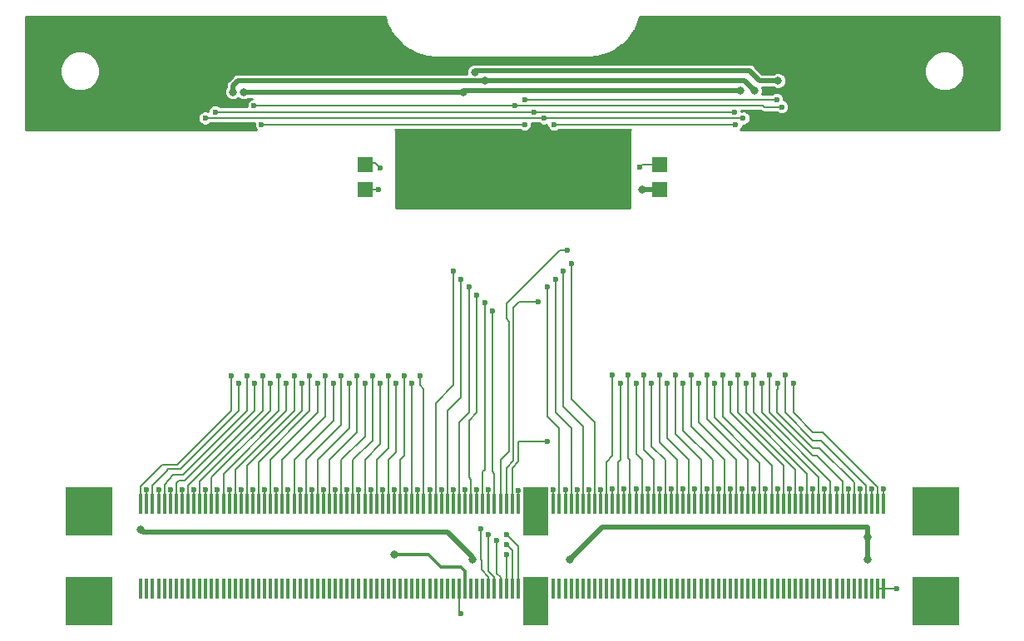
<source format=gbr>
G04 #@! TF.GenerationSoftware,KiCad,Pcbnew,5.0.2-bee76a0~70~ubuntu18.04.1*
G04 #@! TF.CreationDate,2020-04-30T09:19:53+02:00*
G04 #@! TF.ProjectId,ModulAdapter,4d6f6475-6c41-4646-9170-7465722e6b69,rev?*
G04 #@! TF.SameCoordinates,Original*
G04 #@! TF.FileFunction,Copper,L1,Top*
G04 #@! TF.FilePolarity,Positive*
%FSLAX46Y46*%
G04 Gerber Fmt 4.6, Leading zero omitted, Abs format (unit mm)*
G04 Created by KiCad (PCBNEW 5.0.2-bee76a0~70~ubuntu18.04.1) date Do 30 Apr 2020 09:19:53 CEST*
%MOMM*%
%LPD*%
G01*
G04 APERTURE LIST*
G04 #@! TA.AperFunction,SMDPad,CuDef*
%ADD10R,4.800000X5.000000*%
G04 #@! TD*
G04 #@! TA.AperFunction,SMDPad,CuDef*
%ADD11R,0.350000X2.000000*%
G04 #@! TD*
G04 #@! TA.AperFunction,SMDPad,CuDef*
%ADD12R,2.600000X5.000000*%
G04 #@! TD*
G04 #@! TA.AperFunction,SMDPad,CuDef*
%ADD13R,1.501140X1.501140*%
G04 #@! TD*
G04 #@! TA.AperFunction,ViaPad*
%ADD14C,0.600000*%
G04 #@! TD*
G04 #@! TA.AperFunction,ViaPad*
%ADD15C,0.800000*%
G04 #@! TD*
G04 #@! TA.AperFunction,Conductor*
%ADD16C,0.200000*%
G04 #@! TD*
G04 #@! TA.AperFunction,Conductor*
%ADD17C,0.500000*%
G04 #@! TD*
G04 #@! TA.AperFunction,Conductor*
%ADD18C,0.300000*%
G04 #@! TD*
G04 #@! TA.AperFunction,Conductor*
%ADD19C,0.254000*%
G04 #@! TD*
G04 APERTURE END LIST*
D10*
G04 #@! TO.P,J1,*
G04 #@! TO.N,*
X143100000Y-118810000D03*
X143100000Y-127990000D03*
X56900000Y-127990000D03*
X56900000Y-118810000D03*
D11*
G04 #@! TO.P,J1,244*
G04 #@! TO.N,Net-(J1-Pad244)*
X137800000Y-118050000D03*
G04 #@! TO.P,J1,243*
G04 #@! TO.N,Net-(J1-Pad243)*
X137200000Y-118050000D03*
G04 #@! TO.P,J1,242*
G04 #@! TO.N,Net-(J1-Pad242)*
X136600000Y-118050000D03*
G04 #@! TO.P,J1,241*
G04 #@! TO.N,Net-(J1-Pad241)*
X136000000Y-118050000D03*
G04 #@! TO.P,J1,240*
G04 #@! TO.N,Net-(J1-Pad240)*
X135400000Y-118050000D03*
G04 #@! TO.P,J1,239*
G04 #@! TO.N,Net-(J1-Pad239)*
X134800000Y-118050000D03*
G04 #@! TO.P,J1,238*
G04 #@! TO.N,Net-(J1-Pad238)*
X134200000Y-118050000D03*
G04 #@! TO.P,J1,237*
G04 #@! TO.N,Net-(J1-Pad237)*
X133600000Y-118050000D03*
G04 #@! TO.P,J1,236*
G04 #@! TO.N,Net-(J1-Pad236)*
X133000000Y-118050000D03*
G04 #@! TO.P,J1,235*
G04 #@! TO.N,Net-(J1-Pad235)*
X132400000Y-118050000D03*
G04 #@! TO.P,J1,234*
G04 #@! TO.N,Net-(J1-Pad234)*
X131800000Y-118050000D03*
G04 #@! TO.P,J1,233*
G04 #@! TO.N,Net-(J1-Pad233)*
X131200000Y-118050000D03*
G04 #@! TO.P,J1,232*
G04 #@! TO.N,Net-(J1-Pad232)*
X130600000Y-118050000D03*
G04 #@! TO.P,J1,231*
G04 #@! TO.N,Net-(J1-Pad231)*
X130000000Y-118050000D03*
G04 #@! TO.P,J1,230*
G04 #@! TO.N,Net-(J1-Pad230)*
X129400000Y-118050000D03*
G04 #@! TO.P,J1,229*
G04 #@! TO.N,Net-(J1-Pad229)*
X128800000Y-118050000D03*
G04 #@! TO.P,J1,228*
G04 #@! TO.N,Net-(J1-Pad228)*
X128200000Y-118050000D03*
G04 #@! TO.P,J1,227*
G04 #@! TO.N,Net-(J1-Pad227)*
X127600000Y-118050000D03*
G04 #@! TO.P,J1,226*
G04 #@! TO.N,Net-(J1-Pad226)*
X127000000Y-118050000D03*
G04 #@! TO.P,J1,225*
G04 #@! TO.N,Net-(J1-Pad225)*
X126400000Y-118050000D03*
G04 #@! TO.P,J1,224*
G04 #@! TO.N,Net-(J1-Pad224)*
X125800000Y-118050000D03*
G04 #@! TO.P,J1,223*
G04 #@! TO.N,Net-(J1-Pad223)*
X125200000Y-118050000D03*
G04 #@! TO.P,J1,222*
G04 #@! TO.N,Net-(J1-Pad222)*
X124600000Y-118050000D03*
G04 #@! TO.P,J1,221*
G04 #@! TO.N,Net-(J1-Pad221)*
X124000000Y-118050000D03*
G04 #@! TO.P,J1,220*
G04 #@! TO.N,Net-(J1-Pad220)*
X123400000Y-118050000D03*
G04 #@! TO.P,J1,219*
G04 #@! TO.N,Net-(J1-Pad219)*
X122800000Y-118050000D03*
G04 #@! TO.P,J1,218*
G04 #@! TO.N,Net-(J1-Pad218)*
X122200000Y-118050000D03*
G04 #@! TO.P,J1,217*
G04 #@! TO.N,Net-(J1-Pad217)*
X121600000Y-118050000D03*
G04 #@! TO.P,J1,216*
G04 #@! TO.N,Net-(J1-Pad216)*
X121000000Y-118050000D03*
G04 #@! TO.P,J1,215*
G04 #@! TO.N,Net-(J1-Pad215)*
X120400000Y-118050000D03*
G04 #@! TO.P,J1,214*
G04 #@! TO.N,Net-(J1-Pad214)*
X119800000Y-118050000D03*
G04 #@! TO.P,J1,213*
G04 #@! TO.N,Net-(J1-Pad213)*
X119200000Y-118050000D03*
G04 #@! TO.P,J1,212*
G04 #@! TO.N,Net-(J1-Pad212)*
X118600000Y-118050000D03*
G04 #@! TO.P,J1,211*
G04 #@! TO.N,Net-(J1-Pad211)*
X118000000Y-118050000D03*
G04 #@! TO.P,J1,210*
G04 #@! TO.N,Net-(J1-Pad210)*
X117400000Y-118050000D03*
G04 #@! TO.P,J1,209*
G04 #@! TO.N,Net-(J1-Pad209)*
X116800000Y-118050000D03*
G04 #@! TO.P,J1,208*
G04 #@! TO.N,Net-(J1-Pad208)*
X116200000Y-118050000D03*
G04 #@! TO.P,J1,207*
G04 #@! TO.N,Net-(J1-Pad207)*
X115600000Y-118050000D03*
G04 #@! TO.P,J1,206*
G04 #@! TO.N,Net-(J1-Pad206)*
X115000000Y-118050000D03*
G04 #@! TO.P,J1,205*
G04 #@! TO.N,Net-(J1-Pad205)*
X114400000Y-118050000D03*
G04 #@! TO.P,J1,204*
G04 #@! TO.N,Net-(J1-Pad204)*
X113800000Y-118050000D03*
G04 #@! TO.P,J1,203*
G04 #@! TO.N,Net-(J1-Pad203)*
X113200000Y-118050000D03*
G04 #@! TO.P,J1,202*
G04 #@! TO.N,Net-(J1-Pad202)*
X112600000Y-118050000D03*
G04 #@! TO.P,J1,201*
G04 #@! TO.N,Net-(J1-Pad201)*
X112000000Y-118050000D03*
G04 #@! TO.P,J1,200*
G04 #@! TO.N,Net-(J1-Pad200)*
X111400000Y-118050000D03*
G04 #@! TO.P,J1,199*
G04 #@! TO.N,Net-(J1-Pad199)*
X110800000Y-118050000D03*
G04 #@! TO.P,J1,198*
G04 #@! TO.N,Net-(J1-Pad198)*
X110200000Y-118050000D03*
G04 #@! TO.P,J1,197*
G04 #@! TO.N,Net-(J1-Pad197)*
X109600000Y-118050000D03*
G04 #@! TO.P,J1,196*
G04 #@! TO.N,Net-(J1-Pad196)*
X109000000Y-118050000D03*
G04 #@! TO.P,J1,195*
G04 #@! TO.N,Net-(J1-Pad195)*
X108400000Y-118050000D03*
G04 #@! TO.P,J1,194*
G04 #@! TO.N,Net-(J1-Pad194)*
X107800000Y-118050000D03*
G04 #@! TO.P,J1,193*
G04 #@! TO.N,Net-(J1-Pad193)*
X107200000Y-118050000D03*
G04 #@! TO.P,J1,192*
G04 #@! TO.N,Net-(J1-Pad192)*
X106600000Y-118050000D03*
G04 #@! TO.P,J1,191*
G04 #@! TO.N,Net-(J1-Pad191)*
X106000000Y-118050000D03*
G04 #@! TO.P,J1,190*
G04 #@! TO.N,Net-(J1-Pad190)*
X105400000Y-118050000D03*
G04 #@! TO.P,J1,189*
G04 #@! TO.N,Net-(J1-Pad189)*
X104800000Y-118050000D03*
G04 #@! TO.P,J1,188*
G04 #@! TO.N,Net-(J1-Pad188)*
X104200000Y-118050000D03*
G04 #@! TO.P,J1,187*
G04 #@! TO.N,Net-(J1-Pad187)*
X100600000Y-118050000D03*
G04 #@! TO.P,J1,186*
G04 #@! TO.N,Net-(J1-Pad186)*
X100000000Y-118050000D03*
G04 #@! TO.P,J1,185*
G04 #@! TO.N,Net-(J1-Pad185)*
X99400000Y-118050000D03*
G04 #@! TO.P,J1,184*
G04 #@! TO.N,Net-(J1-Pad184)*
X98800000Y-118050000D03*
G04 #@! TO.P,J1,183*
G04 #@! TO.N,Net-(J1-Pad183)*
X98200000Y-118050000D03*
G04 #@! TO.P,J1,182*
G04 #@! TO.N,Net-(J1-Pad182)*
X97600000Y-118050000D03*
G04 #@! TO.P,J1,181*
G04 #@! TO.N,Net-(J1-Pad181)*
X97000000Y-118050000D03*
G04 #@! TO.P,J1,180*
G04 #@! TO.N,Net-(J1-Pad180)*
X96400000Y-118050000D03*
G04 #@! TO.P,J1,179*
G04 #@! TO.N,Net-(J1-Pad179)*
X95800000Y-118050000D03*
G04 #@! TO.P,J1,178*
G04 #@! TO.N,Net-(J1-Pad178)*
X95200000Y-118050000D03*
G04 #@! TO.P,J1,177*
G04 #@! TO.N,Net-(J1-Pad177)*
X94600000Y-118050000D03*
G04 #@! TO.P,J1,176*
G04 #@! TO.N,Net-(J1-Pad176)*
X94000000Y-118050000D03*
G04 #@! TO.P,J1,175*
G04 #@! TO.N,Net-(J1-Pad175)*
X93400000Y-118050000D03*
G04 #@! TO.P,J1,174*
G04 #@! TO.N,Net-(J1-Pad174)*
X92800000Y-118050000D03*
G04 #@! TO.P,J1,173*
G04 #@! TO.N,Net-(J1-Pad173)*
X92200000Y-118050000D03*
G04 #@! TO.P,J1,172*
G04 #@! TO.N,Net-(J1-Pad172)*
X91600000Y-118050000D03*
G04 #@! TO.P,J1,171*
G04 #@! TO.N,Net-(J1-Pad171)*
X91000000Y-118050000D03*
G04 #@! TO.P,J1,170*
G04 #@! TO.N,Net-(J1-Pad170)*
X90400000Y-118050000D03*
G04 #@! TO.P,J1,169*
G04 #@! TO.N,Net-(J1-Pad169)*
X89800000Y-118050000D03*
G04 #@! TO.P,J1,168*
G04 #@! TO.N,Net-(J1-Pad168)*
X89200000Y-118050000D03*
G04 #@! TO.P,J1,167*
G04 #@! TO.N,Net-(J1-Pad167)*
X88600000Y-118050000D03*
G04 #@! TO.P,J1,166*
G04 #@! TO.N,Net-(J1-Pad166)*
X88000000Y-118050000D03*
G04 #@! TO.P,J1,165*
G04 #@! TO.N,Net-(J1-Pad165)*
X87400000Y-118050000D03*
G04 #@! TO.P,J1,164*
G04 #@! TO.N,Net-(J1-Pad164)*
X86800000Y-118050000D03*
G04 #@! TO.P,J1,163*
G04 #@! TO.N,Net-(J1-Pad163)*
X86200000Y-118050000D03*
G04 #@! TO.P,J1,162*
G04 #@! TO.N,Net-(J1-Pad162)*
X85600000Y-118050000D03*
G04 #@! TO.P,J1,161*
G04 #@! TO.N,Net-(J1-Pad161)*
X85000000Y-118050000D03*
G04 #@! TO.P,J1,160*
G04 #@! TO.N,Net-(J1-Pad160)*
X84400000Y-118050000D03*
G04 #@! TO.P,J1,159*
G04 #@! TO.N,Net-(J1-Pad159)*
X83800000Y-118050000D03*
G04 #@! TO.P,J1,158*
G04 #@! TO.N,Net-(J1-Pad158)*
X83200000Y-118050000D03*
G04 #@! TO.P,J1,157*
G04 #@! TO.N,Net-(J1-Pad157)*
X82600000Y-118050000D03*
G04 #@! TO.P,J1,156*
G04 #@! TO.N,Net-(J1-Pad156)*
X82000000Y-118050000D03*
G04 #@! TO.P,J1,155*
G04 #@! TO.N,Net-(J1-Pad155)*
X81400000Y-118050000D03*
G04 #@! TO.P,J1,154*
G04 #@! TO.N,Net-(J1-Pad154)*
X80800000Y-118050000D03*
G04 #@! TO.P,J1,153*
G04 #@! TO.N,Net-(J1-Pad153)*
X80200000Y-118050000D03*
G04 #@! TO.P,J1,152*
G04 #@! TO.N,Net-(J1-Pad152)*
X79600000Y-118050000D03*
G04 #@! TO.P,J1,151*
G04 #@! TO.N,Net-(J1-Pad151)*
X79000000Y-118050000D03*
G04 #@! TO.P,J1,150*
G04 #@! TO.N,Net-(J1-Pad150)*
X78400000Y-118050000D03*
G04 #@! TO.P,J1,149*
G04 #@! TO.N,Net-(J1-Pad149)*
X77800000Y-118050000D03*
G04 #@! TO.P,J1,148*
G04 #@! TO.N,Net-(J1-Pad148)*
X77200000Y-118050000D03*
G04 #@! TO.P,J1,147*
G04 #@! TO.N,Net-(J1-Pad147)*
X76600000Y-118050000D03*
G04 #@! TO.P,J1,146*
G04 #@! TO.N,Net-(J1-Pad146)*
X76000000Y-118050000D03*
G04 #@! TO.P,J1,145*
G04 #@! TO.N,Net-(J1-Pad145)*
X75400000Y-118050000D03*
G04 #@! TO.P,J1,144*
G04 #@! TO.N,Net-(J1-Pad144)*
X74800000Y-118050000D03*
G04 #@! TO.P,J1,143*
G04 #@! TO.N,Net-(J1-Pad143)*
X74200000Y-118050000D03*
G04 #@! TO.P,J1,142*
G04 #@! TO.N,Net-(J1-Pad142)*
X73600000Y-118050000D03*
G04 #@! TO.P,J1,141*
G04 #@! TO.N,Net-(J1-Pad141)*
X73000000Y-118050000D03*
G04 #@! TO.P,J1,140*
G04 #@! TO.N,Net-(J1-Pad140)*
X72400000Y-118050000D03*
G04 #@! TO.P,J1,139*
G04 #@! TO.N,Net-(J1-Pad139)*
X71800000Y-118050000D03*
G04 #@! TO.P,J1,138*
G04 #@! TO.N,Net-(J1-Pad138)*
X71200000Y-118050000D03*
G04 #@! TO.P,J1,137*
G04 #@! TO.N,Net-(J1-Pad137)*
X70600000Y-118050000D03*
G04 #@! TO.P,J1,136*
G04 #@! TO.N,Net-(J1-Pad136)*
X70000000Y-118050000D03*
G04 #@! TO.P,J1,135*
G04 #@! TO.N,Net-(J1-Pad135)*
X69400000Y-118050000D03*
G04 #@! TO.P,J1,134*
G04 #@! TO.N,Net-(J1-Pad134)*
X68800000Y-118050000D03*
G04 #@! TO.P,J1,133*
G04 #@! TO.N,Net-(J1-Pad133)*
X68200000Y-118050000D03*
G04 #@! TO.P,J1,132*
G04 #@! TO.N,Net-(J1-Pad132)*
X67600000Y-118050000D03*
G04 #@! TO.P,J1,131*
G04 #@! TO.N,Net-(J1-Pad131)*
X67000000Y-118050000D03*
G04 #@! TO.P,J1,130*
G04 #@! TO.N,Net-(J1-Pad130)*
X66400000Y-118050000D03*
G04 #@! TO.P,J1,129*
G04 #@! TO.N,Net-(J1-Pad129)*
X65800000Y-118050000D03*
G04 #@! TO.P,J1,128*
G04 #@! TO.N,Net-(J1-Pad128)*
X65200000Y-118050000D03*
G04 #@! TO.P,J1,127*
G04 #@! TO.N,Net-(J1-Pad127)*
X64600000Y-118050000D03*
G04 #@! TO.P,J1,126*
G04 #@! TO.N,Net-(J1-Pad126)*
X64000000Y-118050000D03*
G04 #@! TO.P,J1,125*
G04 #@! TO.N,Net-(J1-Pad125)*
X63400000Y-118050000D03*
G04 #@! TO.P,J1,124*
G04 #@! TO.N,Net-(J1-Pad124)*
X62800000Y-118050000D03*
G04 #@! TO.P,J1,123*
G04 #@! TO.N,Net-(J1-Pad123)*
X62200000Y-118050000D03*
G04 #@! TO.P,J1,122*
G04 #@! TO.N,V_GND*
X137800000Y-126750000D03*
G04 #@! TO.P,J1,121*
X137200000Y-126750000D03*
G04 #@! TO.P,J1,120*
G04 #@! TO.N,N/C*
X136600000Y-126750000D03*
G04 #@! TO.P,J1,119*
X136000000Y-126750000D03*
G04 #@! TO.P,J1,118*
X135400000Y-126750000D03*
G04 #@! TO.P,J1,117*
X134800000Y-126750000D03*
G04 #@! TO.P,J1,116*
X134200000Y-126750000D03*
G04 #@! TO.P,J1,115*
X133600000Y-126750000D03*
G04 #@! TO.P,J1,114*
X133000000Y-126750000D03*
G04 #@! TO.P,J1,113*
X132400000Y-126750000D03*
G04 #@! TO.P,J1,112*
X131800000Y-126750000D03*
G04 #@! TO.P,J1,111*
X131200000Y-126750000D03*
G04 #@! TO.P,J1,110*
X130600000Y-126750000D03*
G04 #@! TO.P,J1,109*
X130000000Y-126750000D03*
G04 #@! TO.P,J1,108*
X129400000Y-126750000D03*
G04 #@! TO.P,J1,107*
X128800000Y-126750000D03*
G04 #@! TO.P,J1,106*
X128200000Y-126750000D03*
G04 #@! TO.P,J1,105*
X127600000Y-126750000D03*
G04 #@! TO.P,J1,104*
X127000000Y-126750000D03*
G04 #@! TO.P,J1,103*
X126400000Y-126750000D03*
G04 #@! TO.P,J1,102*
X125800000Y-126750000D03*
G04 #@! TO.P,J1,101*
X125200000Y-126750000D03*
G04 #@! TO.P,J1,100*
X124600000Y-126750000D03*
G04 #@! TO.P,J1,99*
X124000000Y-126750000D03*
G04 #@! TO.P,J1,98*
X123400000Y-126750000D03*
G04 #@! TO.P,J1,97*
X122800000Y-126750000D03*
G04 #@! TO.P,J1,96*
X122200000Y-126750000D03*
G04 #@! TO.P,J1,95*
X121600000Y-126750000D03*
G04 #@! TO.P,J1,94*
X121000000Y-126750000D03*
G04 #@! TO.P,J1,93*
X120400000Y-126750000D03*
G04 #@! TO.P,J1,92*
X119800000Y-126750000D03*
G04 #@! TO.P,J1,91*
X119200000Y-126750000D03*
G04 #@! TO.P,J1,90*
X118600000Y-126750000D03*
G04 #@! TO.P,J1,89*
X118000000Y-126750000D03*
G04 #@! TO.P,J1,88*
X117400000Y-126750000D03*
G04 #@! TO.P,J1,87*
X116800000Y-126750000D03*
G04 #@! TO.P,J1,86*
X116200000Y-126750000D03*
G04 #@! TO.P,J1,85*
X115600000Y-126750000D03*
G04 #@! TO.P,J1,84*
X115000000Y-126750000D03*
G04 #@! TO.P,J1,83*
X114400000Y-126750000D03*
G04 #@! TO.P,J1,82*
X113800000Y-126750000D03*
G04 #@! TO.P,J1,81*
X113200000Y-126750000D03*
G04 #@! TO.P,J1,80*
X112600000Y-126750000D03*
G04 #@! TO.P,J1,79*
X112000000Y-126750000D03*
G04 #@! TO.P,J1,78*
X111400000Y-126750000D03*
G04 #@! TO.P,J1,77*
X110800000Y-126750000D03*
G04 #@! TO.P,J1,76*
X110200000Y-126750000D03*
G04 #@! TO.P,J1,75*
X109600000Y-126750000D03*
G04 #@! TO.P,J1,74*
X109000000Y-126750000D03*
G04 #@! TO.P,J1,73*
X108400000Y-126750000D03*
G04 #@! TO.P,J1,72*
X107800000Y-126750000D03*
G04 #@! TO.P,J1,71*
X107200000Y-126750000D03*
G04 #@! TO.P,J1,70*
X106600000Y-126750000D03*
G04 #@! TO.P,J1,69*
X106000000Y-126750000D03*
G04 #@! TO.P,J1,68*
X105400000Y-126750000D03*
G04 #@! TO.P,J1,67*
X104800000Y-126750000D03*
G04 #@! TO.P,J1,66*
X104200000Y-126750000D03*
G04 #@! TO.P,J1,65*
G04 #@! TO.N,Net-(J1-Pad65)*
X100600000Y-126750000D03*
G04 #@! TO.P,J1,64*
G04 #@! TO.N,Net-(J1-Pad64)*
X100000000Y-126750000D03*
G04 #@! TO.P,J1,63*
G04 #@! TO.N,Net-(J1-Pad63)*
X99400000Y-126750000D03*
G04 #@! TO.P,J1,62*
G04 #@! TO.N,Net-(J1-Pad62)*
X98800000Y-126750000D03*
G04 #@! TO.P,J1,61*
G04 #@! TO.N,Net-(J1-Pad61)*
X98200000Y-126750000D03*
G04 #@! TO.P,J1,60*
G04 #@! TO.N,Net-(J1-Pad60)*
X97600000Y-126750000D03*
G04 #@! TO.P,J1,59*
G04 #@! TO.N,N/C*
X97000000Y-126750000D03*
G04 #@! TO.P,J1,58*
X96400000Y-126750000D03*
G04 #@! TO.P,J1,57*
X95800000Y-126750000D03*
G04 #@! TO.P,J1,56*
G04 #@! TO.N,GND*
X95200000Y-126750000D03*
G04 #@! TO.P,J1,55*
G04 #@! TO.N,SENS_PAD*
X94600000Y-126750000D03*
G04 #@! TO.P,J1,54*
G04 #@! TO.N,N/C*
X94000000Y-126750000D03*
G04 #@! TO.P,J1,53*
X93400000Y-126750000D03*
G04 #@! TO.P,J1,52*
X92800000Y-126750000D03*
G04 #@! TO.P,J1,51*
X92200000Y-126750000D03*
G04 #@! TO.P,J1,50*
X91600000Y-126750000D03*
G04 #@! TO.P,J1,49*
X91000000Y-126750000D03*
G04 #@! TO.P,J1,47*
X89800000Y-126750000D03*
G04 #@! TO.P,J1,48*
X90400000Y-126750000D03*
G04 #@! TO.P,J1,46*
X89200000Y-126750000D03*
G04 #@! TO.P,J1,45*
X88600000Y-126750000D03*
G04 #@! TO.P,J1,44*
X88000000Y-126750000D03*
G04 #@! TO.P,J1,43*
X87400000Y-126750000D03*
G04 #@! TO.P,J1,42*
X86800000Y-126750000D03*
G04 #@! TO.P,J1,41*
X86200000Y-126750000D03*
G04 #@! TO.P,J1,40*
X85600000Y-126750000D03*
G04 #@! TO.P,J1,39*
X85000000Y-126750000D03*
G04 #@! TO.P,J1,38*
X84400000Y-126750000D03*
G04 #@! TO.P,J1,37*
X83800000Y-126750000D03*
G04 #@! TO.P,J1,36*
X83200000Y-126750000D03*
G04 #@! TO.P,J1,35*
X82600000Y-126750000D03*
G04 #@! TO.P,J1,34*
X82000000Y-126750000D03*
G04 #@! TO.P,J1,33*
X81400000Y-126750000D03*
G04 #@! TO.P,J1,32*
X80800000Y-126750000D03*
G04 #@! TO.P,J1,31*
X80200000Y-126750000D03*
G04 #@! TO.P,J1,30*
X79600000Y-126750000D03*
G04 #@! TO.P,J1,29*
X79000000Y-126750000D03*
G04 #@! TO.P,J1,28*
X78400000Y-126750000D03*
G04 #@! TO.P,J1,27*
X77800000Y-126750000D03*
G04 #@! TO.P,J1,26*
X77200000Y-126750000D03*
G04 #@! TO.P,J1,25*
X76600000Y-126750000D03*
G04 #@! TO.P,J1,24*
X76000000Y-126750000D03*
G04 #@! TO.P,J1,23*
X75400000Y-126750000D03*
G04 #@! TO.P,J1,22*
X74800000Y-126750000D03*
G04 #@! TO.P,J1,21*
X74200000Y-126750000D03*
G04 #@! TO.P,J1,20*
X73600000Y-126750000D03*
G04 #@! TO.P,J1,19*
X73000000Y-126750000D03*
G04 #@! TO.P,J1,18*
X72400000Y-126750000D03*
G04 #@! TO.P,J1,17*
X71800000Y-126750000D03*
G04 #@! TO.P,J1,16*
X71200000Y-126750000D03*
G04 #@! TO.P,J1,15*
X70600000Y-126750000D03*
G04 #@! TO.P,J1,14*
X70000000Y-126750000D03*
G04 #@! TO.P,J1,13*
X69400000Y-126750000D03*
G04 #@! TO.P,J1,12*
X68800000Y-126750000D03*
G04 #@! TO.P,J1,11*
X68200000Y-126750000D03*
G04 #@! TO.P,J1,10*
X67600000Y-126750000D03*
G04 #@! TO.P,J1,9*
X67000000Y-126750000D03*
G04 #@! TO.P,J1,8*
X66400000Y-126750000D03*
G04 #@! TO.P,J1,7*
X65800000Y-126750000D03*
G04 #@! TO.P,J1,6*
X65200000Y-126750000D03*
G04 #@! TO.P,J1,5*
X64600000Y-126750000D03*
G04 #@! TO.P,J1,4*
X64000000Y-126750000D03*
G04 #@! TO.P,J1,3*
X63400000Y-126750000D03*
G04 #@! TO.P,J1,1*
X62200000Y-126750000D03*
G04 #@! TO.P,J1,2*
X62800000Y-126750000D03*
D12*
G04 #@! TO.P,J1,*
G04 #@! TO.N,*
X102400000Y-118810000D03*
X102400000Y-127990000D03*
G04 #@! TD*
D13*
G04 #@! TO.P,P1,1*
G04 #@! TO.N,DIG1*
X85014000Y-86030000D03*
G04 #@! TD*
G04 #@! TO.P,P2,1*
G04 #@! TO.N,DIG0*
X85014000Y-83490000D03*
G04 #@! TD*
G04 #@! TO.P,+3V3,1*
G04 #@! TO.N,+3V3*
X114986000Y-83490000D03*
G04 #@! TD*
G04 #@! TO.P,GND,1*
G04 #@! TO.N,GND*
X114986000Y-86030000D03*
G04 #@! TD*
D14*
G04 #@! TO.N,V_GND*
X139116000Y-126670000D03*
D15*
G04 #@! TO.N,VDD_C*
X71552000Y-76124000D03*
X97206000Y-74981000D03*
X124638000Y-75997000D03*
G04 #@! TO.N,GND_C*
X123241000Y-75997000D03*
X95047000Y-76124000D03*
X72695000Y-76124000D03*
D14*
G04 #@! TO.N,Net-(J1-Pad123)*
X71400000Y-105000000D03*
G04 #@! TO.N,Net-(J1-Pad124)*
X62800000Y-116600000D03*
G04 #@! TO.N,Net-(J1-Pad125)*
X72200000Y-105800000D03*
G04 #@! TO.N,Net-(J1-Pad126)*
X64000000Y-116600000D03*
G04 #@! TO.N,Net-(J1-Pad127)*
X73000000Y-105000000D03*
G04 #@! TO.N,Net-(J1-Pad128)*
X65200000Y-116600000D03*
G04 #@! TO.N,Net-(J1-Pad129)*
X73800000Y-105800000D03*
G04 #@! TO.N,Net-(J1-Pad130)*
X66400000Y-116600000D03*
G04 #@! TO.N,Net-(J1-Pad131)*
X74600000Y-105000000D03*
G04 #@! TO.N,Net-(J1-Pad132)*
X67600000Y-116600000D03*
G04 #@! TO.N,Net-(J1-Pad133)*
X75400000Y-105800000D03*
G04 #@! TO.N,Net-(J1-Pad134)*
X68800000Y-116600000D03*
G04 #@! TO.N,Net-(J1-Pad135)*
X76200000Y-105000000D03*
G04 #@! TO.N,Net-(J1-Pad136)*
X70000000Y-116600000D03*
G04 #@! TO.N,Net-(J1-Pad137)*
X77000000Y-105800000D03*
G04 #@! TO.N,Net-(J1-Pad138)*
X71200000Y-116600000D03*
G04 #@! TO.N,Net-(J1-Pad139)*
X77800000Y-105000000D03*
G04 #@! TO.N,Net-(J1-Pad140)*
X72400000Y-116600000D03*
G04 #@! TO.N,Net-(J1-Pad141)*
X78600000Y-105800000D03*
G04 #@! TO.N,Net-(J1-Pad142)*
X73600000Y-116600000D03*
G04 #@! TO.N,Net-(J1-Pad143)*
X79400000Y-105000000D03*
G04 #@! TO.N,Net-(J1-Pad144)*
X74800000Y-116600000D03*
G04 #@! TO.N,Net-(J1-Pad145)*
X80200000Y-105800000D03*
G04 #@! TO.N,Net-(J1-Pad146)*
X76000000Y-116600000D03*
G04 #@! TO.N,Net-(J1-Pad147)*
X81000000Y-105000000D03*
G04 #@! TO.N,Net-(J1-Pad148)*
X77200000Y-116600000D03*
G04 #@! TO.N,Net-(J1-Pad149)*
X81800000Y-105800000D03*
G04 #@! TO.N,Net-(J1-Pad150)*
X78400000Y-116600000D03*
G04 #@! TO.N,Net-(J1-Pad151)*
X82600000Y-105000000D03*
G04 #@! TO.N,Net-(J1-Pad152)*
X79600000Y-116600000D03*
G04 #@! TO.N,Net-(J1-Pad153)*
X83400000Y-105800000D03*
G04 #@! TO.N,Net-(J1-Pad154)*
X80800000Y-116600000D03*
G04 #@! TO.N,Net-(J1-Pad155)*
X84200000Y-105000000D03*
G04 #@! TO.N,Net-(J1-Pad156)*
X82000000Y-116600000D03*
G04 #@! TO.N,Net-(J1-Pad157)*
X85000000Y-105800000D03*
G04 #@! TO.N,Net-(J1-Pad158)*
X83200000Y-116600000D03*
G04 #@! TO.N,Net-(J1-Pad159)*
X85800000Y-105000000D03*
G04 #@! TO.N,Net-(J1-Pad160)*
X84400000Y-116600000D03*
G04 #@! TO.N,Net-(J1-Pad161)*
X86600000Y-105800000D03*
G04 #@! TO.N,Net-(J1-Pad162)*
X85600000Y-116600000D03*
G04 #@! TO.N,Net-(J1-Pad163)*
X87400000Y-105000000D03*
G04 #@! TO.N,Net-(J1-Pad164)*
X86800000Y-116600000D03*
G04 #@! TO.N,Net-(J1-Pad165)*
X88200000Y-105800000D03*
G04 #@! TO.N,Net-(J1-Pad166)*
X88000000Y-116600000D03*
G04 #@! TO.N,Net-(J1-Pad167)*
X89000000Y-105000000D03*
G04 #@! TO.N,Net-(J1-Pad168)*
X89200000Y-116600000D03*
G04 #@! TO.N,Net-(J1-Pad169)*
X89800000Y-105800000D03*
G04 #@! TO.N,Net-(J1-Pad170)*
X90400000Y-116600000D03*
G04 #@! TO.N,Net-(J1-Pad171)*
X90600000Y-105000000D03*
G04 #@! TO.N,Net-(J1-Pad172)*
X91600000Y-116600000D03*
G04 #@! TO.N,Net-(J1-Pad173)*
X94000000Y-94400000D03*
G04 #@! TO.N,Net-(J1-Pad174)*
X92800000Y-116600000D03*
G04 #@! TO.N,Net-(J1-Pad175)*
X94800000Y-95200000D03*
G04 #@! TO.N,Net-(J1-Pad176)*
X94000000Y-116600000D03*
G04 #@! TO.N,Net-(J1-Pad177)*
X95600000Y-96000000D03*
G04 #@! TO.N,Net-(J1-Pad178)*
X95200000Y-116600000D03*
G04 #@! TO.N,Net-(J1-Pad180)*
X96400000Y-116600000D03*
G04 #@! TO.N,Net-(J1-Pad186)*
X103600000Y-111700000D03*
G04 #@! TO.N,Net-(J1-Pad188)*
X104200000Y-116600000D03*
G04 #@! TO.N,Net-(J1-Pad190)*
X105400000Y-116600000D03*
G04 #@! TO.N,Net-(J1-Pad192)*
X106600000Y-116600000D03*
G04 #@! TO.N,Net-(J1-Pad193)*
X105200000Y-94400000D03*
G04 #@! TO.N,Net-(J1-Pad194)*
X107800000Y-116600000D03*
G04 #@! TO.N,Net-(J1-Pad195)*
X106000000Y-93600000D03*
G04 #@! TO.N,Net-(J1-Pad196)*
X109000000Y-116600000D03*
G04 #@! TO.N,Net-(J1-Pad197)*
X110200000Y-104990248D03*
G04 #@! TO.N,Net-(J1-Pad198)*
X110200000Y-116590248D03*
G04 #@! TO.N,Net-(J1-Pad199)*
X111000000Y-105790248D03*
G04 #@! TO.N,Net-(J1-Pad200)*
X111400000Y-116590248D03*
G04 #@! TO.N,Net-(J1-Pad201)*
X111800000Y-104990248D03*
G04 #@! TO.N,Net-(J1-Pad202)*
X112600000Y-116590248D03*
G04 #@! TO.N,Net-(J1-Pad203)*
X112600000Y-105790248D03*
G04 #@! TO.N,Net-(J1-Pad204)*
X113800000Y-116590248D03*
G04 #@! TO.N,Net-(J1-Pad205)*
X113400000Y-104990248D03*
G04 #@! TO.N,Net-(J1-Pad206)*
X115000000Y-116590248D03*
G04 #@! TO.N,Net-(J1-Pad207)*
X114200000Y-105790248D03*
G04 #@! TO.N,Net-(J1-Pad208)*
X116200000Y-116590248D03*
G04 #@! TO.N,Net-(J1-Pad209)*
X115000000Y-104990248D03*
G04 #@! TO.N,Net-(J1-Pad210)*
X117400000Y-116590248D03*
G04 #@! TO.N,Net-(J1-Pad211)*
X115800000Y-105790248D03*
G04 #@! TO.N,Net-(J1-Pad212)*
X118600000Y-116590248D03*
G04 #@! TO.N,Net-(J1-Pad213)*
X116600000Y-104990248D03*
G04 #@! TO.N,Net-(J1-Pad214)*
X119800000Y-116590248D03*
G04 #@! TO.N,Net-(J1-Pad215)*
X117400000Y-105790248D03*
G04 #@! TO.N,Net-(J1-Pad216)*
X121000000Y-116590248D03*
G04 #@! TO.N,Net-(J1-Pad217)*
X118200000Y-104990248D03*
G04 #@! TO.N,Net-(J1-Pad218)*
X122200000Y-116590248D03*
G04 #@! TO.N,Net-(J1-Pad219)*
X119000000Y-105790248D03*
G04 #@! TO.N,Net-(J1-Pad220)*
X123400000Y-116590248D03*
G04 #@! TO.N,Net-(J1-Pad221)*
X119800000Y-104990248D03*
G04 #@! TO.N,Net-(J1-Pad222)*
X124600000Y-116590248D03*
G04 #@! TO.N,Net-(J1-Pad223)*
X120600000Y-105790248D03*
G04 #@! TO.N,Net-(J1-Pad224)*
X125800000Y-116590248D03*
G04 #@! TO.N,Net-(J1-Pad225)*
X121400000Y-104990248D03*
G04 #@! TO.N,Net-(J1-Pad226)*
X127000000Y-116590248D03*
G04 #@! TO.N,Net-(J1-Pad227)*
X122200000Y-105790248D03*
G04 #@! TO.N,Net-(J1-Pad228)*
X128200000Y-116590248D03*
G04 #@! TO.N,Net-(J1-Pad229)*
X123000000Y-104990248D03*
G04 #@! TO.N,Net-(J1-Pad230)*
X129400000Y-116590248D03*
G04 #@! TO.N,Net-(J1-Pad231)*
X123800000Y-105790248D03*
G04 #@! TO.N,Net-(J1-Pad232)*
X130600000Y-116590248D03*
G04 #@! TO.N,Net-(J1-Pad233)*
X124600000Y-104990248D03*
G04 #@! TO.N,Net-(J1-Pad234)*
X131800000Y-116590248D03*
G04 #@! TO.N,Net-(J1-Pad235)*
X125400000Y-105790248D03*
G04 #@! TO.N,Net-(J1-Pad236)*
X133000000Y-116590248D03*
G04 #@! TO.N,Net-(J1-Pad237)*
X126200000Y-104990248D03*
G04 #@! TO.N,Net-(J1-Pad238)*
X134200000Y-116590248D03*
G04 #@! TO.N,Net-(J1-Pad239)*
X127000000Y-105790248D03*
G04 #@! TO.N,Net-(J1-Pad240)*
X135400000Y-116590248D03*
G04 #@! TO.N,Net-(J1-Pad241)*
X127800000Y-104990248D03*
G04 #@! TO.N,Net-(J1-Pad242)*
X136600000Y-116590248D03*
G04 #@! TO.N,Net-(J1-Pad243)*
X128600000Y-105790248D03*
G04 #@! TO.N,Net-(J1-Pad244)*
X137800000Y-116590248D03*
G04 #@! TO.N,Net-(J1-Pad179)*
X96400000Y-96800000D03*
G04 #@! TO.N,Net-(J1-Pad181)*
X97200000Y-97600000D03*
G04 #@! TO.N,Net-(J1-Pad182)*
X97600000Y-116600000D03*
G04 #@! TO.N,Net-(J1-Pad183)*
X98000000Y-98400000D03*
G04 #@! TO.N,Net-(J1-Pad184)*
X105588000Y-92253000D03*
G04 #@! TO.N,Net-(J1-Pad185)*
X102667000Y-97460000D03*
G04 #@! TO.N,Net-(J1-Pad187)*
X100600000Y-116700000D03*
G04 #@! TO.N,Net-(J1-Pad189)*
X103600000Y-96000000D03*
G04 #@! TO.N,Net-(J1-Pad191)*
X104400000Y-95200000D03*
G04 #@! TO.N,Net-(J1-Pad60)*
X96800000Y-120600000D03*
G04 #@! TO.N,Net-(J1-Pad61)*
X97600000Y-121200000D03*
G04 #@! TO.N,Net-(J1-Pad62)*
X98400000Y-121800000D03*
G04 #@! TO.N,Net-(J1-Pad63)*
X99400000Y-123200000D03*
D15*
G04 #@! TO.N,V_HV_C*
X127051000Y-74981000D03*
X136195000Y-123749000D03*
X136195000Y-121463000D03*
X96190000Y-74092000D03*
X105842000Y-123749000D03*
X95936000Y-123750000D03*
X62154000Y-120701000D03*
D14*
G04 #@! TO.N,LE_C*
X126924000Y-76886000D03*
X101270000Y-76886000D03*
X101250000Y-79426000D03*
X74473000Y-79426000D03*
G04 #@! TO.N,CLK_C*
X100254000Y-77521000D03*
X127432000Y-77648000D03*
X73711000Y-77521000D03*
G04 #@! TO.N,Net-(J1-Pad64)*
X99400000Y-122200000D03*
G04 #@! TO.N,Net-(J1-Pad65)*
X99400000Y-121200000D03*
G04 #@! TO.N,SENS_PAD*
X94750000Y-129250000D03*
D15*
G04 #@! TO.N,GND*
X88000000Y-123250000D03*
X57201000Y-79045000D03*
X88697000Y-83490000D03*
X100762000Y-86792000D03*
X88697000Y-87300000D03*
X113208000Y-86030000D03*
D14*
G04 #@! TO.N,DI_C*
X122733000Y-79426000D03*
X104250000Y-79426000D03*
G04 #@! TO.N,BL_C*
X123495000Y-78791000D03*
X103250000Y-78791000D03*
X68758000Y-78791000D03*
G04 #@! TO.N,POL_C*
X122606000Y-78156000D03*
X102250000Y-78156000D03*
X69774000Y-78156000D03*
G04 #@! TO.N,DIG1*
X86411000Y-86030000D03*
G04 #@! TO.N,DIG0*
X86538000Y-83871000D03*
G04 #@! TO.N,+3V3*
X112954000Y-83744000D03*
G04 #@! TD*
D16*
G04 #@! TO.N,V_GND*
X137800000Y-126750000D02*
X137200000Y-126750000D01*
X137880000Y-126670000D02*
X137800000Y-126750000D01*
X139116000Y-126670000D02*
X137880000Y-126670000D01*
D17*
G04 #@! TO.N,VDD_C*
X97206000Y-74981000D02*
X72695000Y-74981000D01*
X71552000Y-76124000D02*
X71552000Y-75489000D01*
X72060000Y-74981000D02*
X72695000Y-74981000D01*
X71552000Y-75489000D02*
X72060000Y-74981000D01*
X124638000Y-75997000D02*
X123622000Y-74981000D01*
X97206000Y-74981000D02*
X123622000Y-74981000D01*
G04 #@! TO.N,GND_C*
X95047000Y-76124000D02*
X74473000Y-76124000D01*
X121463000Y-75997000D02*
X123368000Y-75997000D01*
X95047000Y-75997000D02*
X121463000Y-75997000D01*
X74473000Y-76124000D02*
X72949000Y-76124000D01*
D16*
G04 #@! TO.N,Net-(J1-Pad123)*
X62200000Y-116300000D02*
X62200000Y-118050000D01*
X64400000Y-114100000D02*
X62200000Y-116300000D01*
X65900000Y-114100000D02*
X64400000Y-114100000D01*
X71400000Y-108600000D02*
X65900000Y-114100000D01*
X71400000Y-105000000D02*
X71400000Y-108600000D01*
G04 #@! TO.N,Net-(J1-Pad124)*
X62800000Y-118050000D02*
X62800000Y-116600000D01*
G04 #@! TO.N,Net-(J1-Pad125)*
X65000000Y-114550010D02*
X64800000Y-114750010D01*
X64800000Y-114750010D02*
X63400000Y-116200000D01*
X66249990Y-114550010D02*
X65000000Y-114550010D01*
X63400000Y-116200000D02*
X63400000Y-118050000D01*
X72200000Y-108600000D02*
X66249990Y-114550010D01*
X72200000Y-105800000D02*
X72200000Y-108600000D01*
G04 #@! TO.N,Net-(J1-Pad126)*
X64000000Y-118050000D02*
X64000000Y-116600000D01*
G04 #@! TO.N,Net-(J1-Pad127)*
X64600000Y-116100000D02*
X64600000Y-118050000D01*
X73000000Y-105000000D02*
X73000000Y-108600000D01*
X65550010Y-115100000D02*
X65500000Y-115150010D01*
X65500000Y-115150010D02*
X64600000Y-116100000D01*
X66500000Y-115100000D02*
X65550010Y-115100000D01*
X73000000Y-108600000D02*
X66500000Y-115100000D01*
G04 #@! TO.N,Net-(J1-Pad128)*
X65200000Y-118050000D02*
X65200000Y-116600000D01*
G04 #@! TO.N,Net-(J1-Pad129)*
X73800000Y-105800000D02*
X73800000Y-106049990D01*
X73800000Y-106049990D02*
X73800000Y-106400000D01*
X65800000Y-116000000D02*
X65800000Y-118050000D01*
X73800000Y-106049990D02*
X73800000Y-108600000D01*
X66700000Y-115700000D02*
X66100000Y-115700000D01*
X66100000Y-115700000D02*
X65800000Y-116000000D01*
X73800000Y-108600000D02*
X66700000Y-115700000D01*
G04 #@! TO.N,Net-(J1-Pad130)*
X66400000Y-118050000D02*
X66400000Y-116600000D01*
G04 #@! TO.N,Net-(J1-Pad131)*
X67000000Y-116200000D02*
X67000000Y-118050000D01*
X74600000Y-108600000D02*
X67000000Y-116200000D01*
X74600000Y-105000000D02*
X74600000Y-108600000D01*
G04 #@! TO.N,Net-(J1-Pad132)*
X67600000Y-118050000D02*
X67600000Y-116600000D01*
G04 #@! TO.N,Net-(J1-Pad133)*
X75400000Y-105800000D02*
X75400000Y-105600000D01*
X68200000Y-115800000D02*
X68200000Y-118050000D01*
X75400000Y-108600000D02*
X68200000Y-115800000D01*
X75400000Y-105800000D02*
X75400000Y-108600000D01*
G04 #@! TO.N,Net-(J1-Pad134)*
X68800000Y-118050000D02*
X68800000Y-116600000D01*
G04 #@! TO.N,Net-(J1-Pad135)*
X76200000Y-105000000D02*
X76200000Y-107449990D01*
X76200000Y-107449990D02*
X76200000Y-107800000D01*
X76200000Y-108600000D02*
X69400000Y-115400000D01*
X69400000Y-115400000D02*
X69400000Y-118050000D01*
X76200000Y-107449990D02*
X76200000Y-108600000D01*
G04 #@! TO.N,Net-(J1-Pad136)*
X70000000Y-118050000D02*
X70000000Y-116600000D01*
G04 #@! TO.N,Net-(J1-Pad137)*
X77000000Y-108600000D02*
X77000000Y-105800000D01*
X70600000Y-115000000D02*
X77000000Y-108600000D01*
X70600000Y-118050000D02*
X70600000Y-115000000D01*
G04 #@! TO.N,Net-(J1-Pad138)*
X71200000Y-118050000D02*
X71200000Y-116850000D01*
X71200000Y-116850000D02*
X71200000Y-116600000D01*
G04 #@! TO.N,Net-(J1-Pad139)*
X71800000Y-118050000D02*
X71800000Y-114600000D01*
X71800000Y-114600000D02*
X77000000Y-109400000D01*
X77000000Y-109400000D02*
X77800000Y-108600000D01*
X77800000Y-108600000D02*
X77800000Y-106400000D01*
X77800000Y-106400000D02*
X77800000Y-105550001D01*
X77800000Y-105550001D02*
X77800000Y-105000000D01*
G04 #@! TO.N,Net-(J1-Pad140)*
X72400000Y-118050000D02*
X72400000Y-116600000D01*
G04 #@! TO.N,Net-(J1-Pad141)*
X73000000Y-118050000D02*
X73000000Y-114200000D01*
X73000000Y-114200000D02*
X78600000Y-108600000D01*
X78600000Y-108600000D02*
X78600000Y-105800000D01*
G04 #@! TO.N,Net-(J1-Pad142)*
X73600000Y-118050000D02*
X73600000Y-116600000D01*
G04 #@! TO.N,Net-(J1-Pad143)*
X74200000Y-118050000D02*
X74200000Y-113800000D01*
X74200000Y-113800000D02*
X79400000Y-108600000D01*
X79400000Y-108600000D02*
X79400000Y-105000000D01*
G04 #@! TO.N,Net-(J1-Pad144)*
X74800000Y-118050000D02*
X74800000Y-116800000D01*
X74800000Y-116800000D02*
X74800000Y-116600000D01*
G04 #@! TO.N,Net-(J1-Pad145)*
X75400000Y-118050000D02*
X75400000Y-113600000D01*
X75400000Y-113600000D02*
X80200000Y-108800000D01*
X80200000Y-108800000D02*
X80200000Y-105800000D01*
G04 #@! TO.N,Net-(J1-Pad146)*
X76000000Y-118050000D02*
X76000000Y-116600000D01*
G04 #@! TO.N,Net-(J1-Pad147)*
X76600000Y-118050000D02*
X76600000Y-113600000D01*
X76600000Y-113600000D02*
X81000000Y-109200000D01*
X81000000Y-109200000D02*
X81000000Y-107600000D01*
X81000000Y-107600000D02*
X81000000Y-105000000D01*
G04 #@! TO.N,Net-(J1-Pad148)*
X77200000Y-118050000D02*
X77200000Y-116600000D01*
G04 #@! TO.N,Net-(J1-Pad149)*
X77800000Y-118050000D02*
X77800000Y-113600000D01*
X77800000Y-113600000D02*
X81800000Y-109600000D01*
X81800000Y-109600000D02*
X81800000Y-107400000D01*
X81800000Y-107400000D02*
X81800000Y-105800000D01*
G04 #@! TO.N,Net-(J1-Pad150)*
X78400000Y-118050000D02*
X78400000Y-116600000D01*
G04 #@! TO.N,Net-(J1-Pad151)*
X79000000Y-113600000D02*
X82000000Y-110600000D01*
X79000000Y-118050000D02*
X79000000Y-113600000D01*
X82000000Y-110600000D02*
X82600000Y-110000000D01*
X82600000Y-110000000D02*
X82600000Y-108400000D01*
X82600000Y-108400000D02*
X82600000Y-105000000D01*
G04 #@! TO.N,Net-(J1-Pad152)*
X79600000Y-118050000D02*
X79600000Y-116600000D01*
G04 #@! TO.N,Net-(J1-Pad153)*
X80200000Y-118050000D02*
X80200000Y-113600000D01*
X80200000Y-113600000D02*
X83400000Y-110400000D01*
X83400000Y-110400000D02*
X83400000Y-108800000D01*
X83400000Y-108800000D02*
X83400000Y-105800000D01*
G04 #@! TO.N,Net-(J1-Pad154)*
X80800000Y-118050000D02*
X80800000Y-116600000D01*
G04 #@! TO.N,Net-(J1-Pad155)*
X81400000Y-118050000D02*
X81400000Y-113600000D01*
X81400000Y-113600000D02*
X84200000Y-110800000D01*
X84200000Y-110800000D02*
X84200000Y-107800000D01*
X84200000Y-107800000D02*
X84200000Y-105200000D01*
G04 #@! TO.N,Net-(J1-Pad156)*
X82000000Y-118050000D02*
X82000000Y-117200000D01*
X82000000Y-117200000D02*
X82000000Y-116600000D01*
G04 #@! TO.N,Net-(J1-Pad157)*
X82600000Y-118050000D02*
X82600000Y-113600000D01*
X82600000Y-113600000D02*
X85000000Y-111200000D01*
X85000000Y-111200000D02*
X85000000Y-108000000D01*
X85000000Y-108000000D02*
X85000000Y-105800000D01*
G04 #@! TO.N,Net-(J1-Pad158)*
X83200000Y-118050000D02*
X83200000Y-116600000D01*
G04 #@! TO.N,Net-(J1-Pad159)*
X83800000Y-118050000D02*
X83800000Y-113600000D01*
X83800000Y-113600000D02*
X85800000Y-111600000D01*
X85800000Y-111600000D02*
X85800000Y-105000000D01*
G04 #@! TO.N,Net-(J1-Pad160)*
X84400000Y-118050000D02*
X84400000Y-116600000D01*
G04 #@! TO.N,Net-(J1-Pad161)*
X85000000Y-118050000D02*
X85000000Y-113600000D01*
X85000000Y-113600000D02*
X86600000Y-112000000D01*
X86600000Y-112000000D02*
X86600000Y-108000000D01*
X86600000Y-108000000D02*
X86600000Y-105800000D01*
G04 #@! TO.N,Net-(J1-Pad162)*
X85600000Y-118050000D02*
X85600000Y-116600000D01*
G04 #@! TO.N,Net-(J1-Pad163)*
X86200000Y-118050000D02*
X86200000Y-113600000D01*
X86200000Y-113600000D02*
X87400000Y-112400000D01*
X87400000Y-112400000D02*
X87400000Y-105000000D01*
G04 #@! TO.N,Net-(J1-Pad164)*
X86800000Y-118050000D02*
X86800000Y-116600000D01*
G04 #@! TO.N,Net-(J1-Pad165)*
X87400000Y-118050000D02*
X87400000Y-113600000D01*
X87400000Y-113600000D02*
X88200000Y-112800000D01*
X88200000Y-112800000D02*
X88200000Y-107400000D01*
X88200000Y-107400000D02*
X88200000Y-105800000D01*
G04 #@! TO.N,Net-(J1-Pad166)*
X88000000Y-118050000D02*
X88000000Y-116600000D01*
G04 #@! TO.N,Net-(J1-Pad167)*
X88600000Y-118050000D02*
X88600000Y-113600000D01*
X88600000Y-113600000D02*
X89000000Y-113200000D01*
X89000000Y-113200000D02*
X89000000Y-106400000D01*
X89000000Y-106400000D02*
X89000000Y-105000000D01*
G04 #@! TO.N,Net-(J1-Pad168)*
X89200000Y-118050000D02*
X89200000Y-116600000D01*
G04 #@! TO.N,Net-(J1-Pad169)*
X89800000Y-118050000D02*
X89800000Y-106200000D01*
X89800000Y-106200000D02*
X89800000Y-105800000D01*
G04 #@! TO.N,Net-(J1-Pad170)*
X90400000Y-118050000D02*
X90400000Y-116600000D01*
G04 #@! TO.N,Net-(J1-Pad171)*
X90600000Y-106000000D02*
X90600000Y-105000000D01*
X91000000Y-118050000D02*
X91000000Y-106400000D01*
X91000000Y-106400000D02*
X90600000Y-106000000D01*
G04 #@! TO.N,Net-(J1-Pad172)*
X91600000Y-118050000D02*
X91600000Y-116600000D01*
G04 #@! TO.N,Net-(J1-Pad173)*
X94000000Y-99000000D02*
X94000000Y-94400000D01*
X92200000Y-118050000D02*
X92200000Y-107800000D01*
X94000000Y-106000000D02*
X94000000Y-99000000D01*
X92200000Y-107800000D02*
X94000000Y-106000000D01*
G04 #@! TO.N,Net-(J1-Pad174)*
X92800000Y-118050000D02*
X92800000Y-116600000D01*
G04 #@! TO.N,Net-(J1-Pad175)*
X93400000Y-108800000D02*
X93400000Y-108600000D01*
X93400000Y-108800000D02*
X93400000Y-118050000D01*
X93400000Y-108600000D02*
X94800000Y-107200000D01*
X94800000Y-95200000D02*
X94800000Y-101000000D01*
X94800000Y-107200000D02*
X94800000Y-101000000D01*
X94800000Y-101000000D02*
X94800000Y-100800000D01*
G04 #@! TO.N,Net-(J1-Pad176)*
X94000000Y-118050000D02*
X94000000Y-116600000D01*
G04 #@! TO.N,Net-(J1-Pad177)*
X94600000Y-115400000D02*
X94600000Y-115200000D01*
X94600000Y-118050000D02*
X94600000Y-115400000D01*
X94600000Y-110000000D02*
X94600000Y-109800000D01*
X94600000Y-115400000D02*
X94600000Y-110000000D01*
X94600000Y-109800000D02*
X95600000Y-108800000D01*
X95600000Y-108800000D02*
X95600000Y-96000000D01*
G04 #@! TO.N,Net-(J1-Pad178)*
X95200000Y-118050000D02*
X95200000Y-116600000D01*
G04 #@! TO.N,Net-(J1-Pad180)*
X96400000Y-118050000D02*
X96400000Y-116600000D01*
G04 #@! TO.N,Net-(J1-Pad186)*
X100000000Y-114400000D02*
X100000000Y-118050000D01*
X100650000Y-113750000D02*
X100000000Y-114400000D01*
X100650000Y-111700000D02*
X100650000Y-113750000D01*
X100650000Y-111700000D02*
X103600000Y-111700000D01*
G04 #@! TO.N,Net-(J1-Pad188)*
X104200000Y-118050000D02*
X104200000Y-116600000D01*
X104200000Y-116600000D02*
X104200000Y-116500000D01*
G04 #@! TO.N,Net-(J1-Pad190)*
X105400000Y-118050000D02*
X105400000Y-116600000D01*
G04 #@! TO.N,Net-(J1-Pad192)*
X106600000Y-117000000D02*
X106600000Y-116600000D01*
X106600000Y-116600000D02*
X106600000Y-116500000D01*
X106600000Y-118050000D02*
X106600000Y-117000000D01*
G04 #@! TO.N,Net-(J1-Pad193)*
X107200000Y-118050000D02*
X107200000Y-110200000D01*
X105600000Y-108600000D02*
X105200000Y-108200000D01*
X107200000Y-110200000D02*
X105600000Y-108600000D01*
X105200000Y-108200000D02*
X105200000Y-97800000D01*
X105200000Y-94400000D02*
X105200000Y-97800000D01*
X105200000Y-97800000D02*
X105200000Y-97400000D01*
G04 #@! TO.N,Net-(J1-Pad194)*
X107800000Y-118050000D02*
X107800000Y-116600000D01*
X107800000Y-116600000D02*
X107800000Y-116500000D01*
G04 #@! TO.N,Net-(J1-Pad195)*
X108400000Y-111000000D02*
X108400000Y-109800000D01*
X108400000Y-111000000D02*
X108400000Y-109900000D01*
X108400000Y-118050000D02*
X108400000Y-111000000D01*
X108400000Y-109800000D02*
X106000000Y-107400000D01*
X106000000Y-107400000D02*
X106000000Y-94800000D01*
X106000000Y-94800000D02*
X106000000Y-93600000D01*
G04 #@! TO.N,Net-(J1-Pad196)*
X109000000Y-118050000D02*
X109000000Y-116850000D01*
X109000000Y-116600000D02*
X109000000Y-116500000D01*
X109000000Y-116850000D02*
X109000000Y-116600000D01*
G04 #@! TO.N,Net-(J1-Pad197)*
X109600000Y-114400000D02*
X109600000Y-118050000D01*
X109600000Y-113800000D02*
X109600000Y-114400000D01*
X110200000Y-104990248D02*
X110200000Y-113200000D01*
X110200000Y-113200000D02*
X109600000Y-113800000D01*
G04 #@! TO.N,Net-(J1-Pad198)*
X110200000Y-118050000D02*
X110200000Y-116600000D01*
X110200000Y-118050000D02*
X110200000Y-116850000D01*
X110200000Y-116850000D02*
X110200000Y-116500000D01*
G04 #@! TO.N,Net-(J1-Pad199)*
X110800000Y-113800000D02*
X110800000Y-118050000D01*
X111000000Y-113600000D02*
X110800000Y-113800000D01*
X111000000Y-105790248D02*
X111000000Y-113600000D01*
G04 #@! TO.N,Net-(J1-Pad200)*
X111400000Y-118050000D02*
X111400000Y-116600000D01*
X111400000Y-118050000D02*
X111400000Y-116500000D01*
G04 #@! TO.N,Net-(J1-Pad201)*
X112000000Y-113700000D02*
X112000000Y-113600000D01*
X112000000Y-118050000D02*
X112000000Y-113700000D01*
X112000000Y-113600000D02*
X111800000Y-113400000D01*
X111800000Y-104990248D02*
X111800000Y-106600000D01*
X111800000Y-106400000D02*
X111800000Y-106600000D01*
X111800000Y-106600000D02*
X111800000Y-113400000D01*
G04 #@! TO.N,Net-(J1-Pad202)*
X112600000Y-118050000D02*
X112600000Y-116600000D01*
X112600000Y-118050000D02*
X112600000Y-116500000D01*
G04 #@! TO.N,Net-(J1-Pad203)*
X113200000Y-118050000D02*
X113200000Y-113600000D01*
X113200000Y-113600000D02*
X112600000Y-113000000D01*
X112600000Y-106414512D02*
X112600000Y-113000000D01*
X112600000Y-106414512D02*
X112600000Y-105790248D01*
G04 #@! TO.N,Net-(J1-Pad204)*
X113800000Y-118050000D02*
X113800000Y-116600000D01*
X113800000Y-118050000D02*
X113800000Y-116500000D01*
G04 #@! TO.N,Net-(J1-Pad205)*
X114400000Y-113600000D02*
X114400000Y-118050000D01*
X113400000Y-112600000D02*
X114400000Y-113600000D01*
X113400000Y-106500000D02*
X113400000Y-104990248D01*
X113400000Y-106500000D02*
X113400000Y-112600000D01*
X113400000Y-106400000D02*
X113400000Y-106500000D01*
G04 #@! TO.N,Net-(J1-Pad206)*
X115000000Y-118050000D02*
X115000000Y-116600000D01*
X115000000Y-118050000D02*
X115000000Y-116500000D01*
G04 #@! TO.N,Net-(J1-Pad207)*
X115600000Y-113600000D02*
X115600000Y-118050000D01*
X114200000Y-106700000D02*
X114200000Y-112200000D01*
X114200000Y-112200000D02*
X115600000Y-113600000D01*
X114200000Y-106700000D02*
X114200000Y-105790248D01*
G04 #@! TO.N,Net-(J1-Pad208)*
X116200000Y-118050000D02*
X116200000Y-116600000D01*
X116200000Y-118050000D02*
X116200000Y-116850000D01*
X116200000Y-116850000D02*
X116200000Y-116500000D01*
G04 #@! TO.N,Net-(J1-Pad209)*
X116800000Y-113600000D02*
X116800000Y-118050000D01*
X115000000Y-106600000D02*
X115000000Y-111800000D01*
X115000000Y-111800000D02*
X116800000Y-113600000D01*
X115000000Y-106600000D02*
X115000000Y-104990248D01*
G04 #@! TO.N,Net-(J1-Pad210)*
X117400000Y-118050000D02*
X117400000Y-116600000D01*
X117400000Y-118050000D02*
X117400000Y-116500000D01*
G04 #@! TO.N,Net-(J1-Pad211)*
X115800000Y-111400000D02*
X118000000Y-113600000D01*
X115800000Y-106600000D02*
X115800000Y-111400000D01*
X118000000Y-113600000D02*
X118000000Y-118050000D01*
X115800000Y-106600000D02*
X115800000Y-105790248D01*
G04 #@! TO.N,Net-(J1-Pad212)*
X118600000Y-118050000D02*
X118600000Y-117200000D01*
X118600000Y-117200000D02*
X118600000Y-116600000D01*
X118600000Y-118050000D02*
X118600000Y-116850000D01*
X118600000Y-116850000D02*
X118600000Y-116500000D01*
G04 #@! TO.N,Net-(J1-Pad213)*
X119200000Y-113600000D02*
X119200000Y-118050000D01*
X116600000Y-106700000D02*
X116600000Y-111000000D01*
X116600000Y-111000000D02*
X119200000Y-113600000D01*
X116600000Y-106700000D02*
X116600000Y-104990248D01*
G04 #@! TO.N,Net-(J1-Pad214)*
X119800000Y-118050000D02*
X119800000Y-116600000D01*
X119800000Y-118050000D02*
X119800000Y-116850000D01*
X119800000Y-116850000D02*
X119800000Y-116500000D01*
G04 #@! TO.N,Net-(J1-Pad215)*
X120400000Y-118050000D02*
X120400000Y-113600000D01*
X117385488Y-110585488D02*
X117500000Y-110700000D01*
X120400000Y-113600000D02*
X117500000Y-110700000D01*
X117400000Y-106485488D02*
X117400000Y-105790248D01*
X117385488Y-106500000D02*
X117400000Y-106485488D01*
X117385488Y-106500000D02*
X117385488Y-110585488D01*
X117385488Y-106400000D02*
X117385488Y-106500000D01*
G04 #@! TO.N,Net-(J1-Pad216)*
X121000000Y-118050000D02*
X121000000Y-116600000D01*
X121000000Y-118050000D02*
X121000000Y-116850000D01*
X121000000Y-116850000D02*
X121000000Y-116500000D01*
G04 #@! TO.N,Net-(J1-Pad217)*
X121600000Y-113600000D02*
X121600000Y-118050000D01*
X118200000Y-106500000D02*
X118200000Y-110200000D01*
X118200000Y-110200000D02*
X121600000Y-113600000D01*
X118200000Y-106500000D02*
X118200000Y-104990248D01*
G04 #@! TO.N,Net-(J1-Pad218)*
X122200000Y-118050000D02*
X122200000Y-116600000D01*
X122200000Y-118050000D02*
X122200000Y-116850000D01*
X122200000Y-116850000D02*
X122200000Y-116500000D01*
G04 #@! TO.N,Net-(J1-Pad219)*
X122800000Y-113600000D02*
X122800000Y-118050000D01*
X119000000Y-109800000D02*
X122800000Y-113600000D01*
X119000000Y-106700000D02*
X119000000Y-109800000D01*
X119000000Y-106700000D02*
X119000000Y-105790248D01*
G04 #@! TO.N,Net-(J1-Pad220)*
X123400000Y-118050000D02*
X123400000Y-116600000D01*
X123400000Y-118050000D02*
X123400000Y-116500000D01*
G04 #@! TO.N,Net-(J1-Pad221)*
X124000000Y-118050000D02*
X124000000Y-113600000D01*
X119800000Y-109400000D02*
X119800000Y-106500000D01*
X124000000Y-113600000D02*
X119800000Y-109400000D01*
X119800000Y-106500000D02*
X119800000Y-104990248D01*
G04 #@! TO.N,Net-(J1-Pad222)*
X124600000Y-118050000D02*
X124600000Y-116600000D01*
X124600000Y-118050000D02*
X124600000Y-116850000D01*
X124600000Y-116850000D02*
X124600000Y-116500000D01*
G04 #@! TO.N,Net-(J1-Pad223)*
X125200000Y-118050000D02*
X125200000Y-113900000D01*
X125200000Y-113900000D02*
X120600000Y-109300000D01*
X120600000Y-106800000D02*
X120600000Y-106700000D01*
X120600000Y-106800000D02*
X120600000Y-105790248D01*
X120600000Y-109300000D02*
X120600000Y-106800000D01*
G04 #@! TO.N,Net-(J1-Pad224)*
X125800000Y-118050000D02*
X125800000Y-116800000D01*
X125800000Y-116800000D02*
X125800000Y-116600000D01*
X125800000Y-118050000D02*
X125800000Y-116850000D01*
X125800000Y-116850000D02*
X125800000Y-116500000D01*
G04 #@! TO.N,Net-(J1-Pad225)*
X126400000Y-115100000D02*
X126400000Y-114605012D01*
X126400000Y-118050000D02*
X126400000Y-115100000D01*
X126400000Y-114200000D02*
X126400000Y-115100000D01*
X121400000Y-109200000D02*
X126400000Y-114200000D01*
X121400000Y-106800000D02*
X121400000Y-104990248D01*
X121400000Y-106800000D02*
X121400000Y-109200000D01*
X121400000Y-106700000D02*
X121400000Y-106800000D01*
G04 #@! TO.N,Net-(J1-Pad226)*
X127000000Y-118050000D02*
X127000000Y-116600000D01*
X127000000Y-118050000D02*
X127000000Y-116500000D01*
G04 #@! TO.N,Net-(J1-Pad227)*
X127600000Y-114200000D02*
X127600000Y-118050000D01*
X122200000Y-108800000D02*
X127600000Y-114200000D01*
X122200000Y-106700000D02*
X122200000Y-108800000D01*
X122200000Y-106700000D02*
X122200000Y-105790248D01*
G04 #@! TO.N,Net-(J1-Pad228)*
X128200000Y-118050000D02*
X128200000Y-116600000D01*
X128200000Y-118050000D02*
X128200000Y-116500000D01*
G04 #@! TO.N,Net-(J1-Pad229)*
X128800000Y-114600000D02*
X128800000Y-118050000D01*
X123000000Y-108800000D02*
X128800000Y-114600000D01*
X123000000Y-106700000D02*
X123000000Y-108800000D01*
X123000000Y-106700000D02*
X123000000Y-104990248D01*
G04 #@! TO.N,Net-(J1-Pad230)*
X129400000Y-118050000D02*
X129400000Y-116850000D01*
X129400000Y-116850000D02*
X129400000Y-116600000D01*
X129400000Y-118050000D02*
X129400000Y-116850000D01*
X129400000Y-116850000D02*
X129400000Y-116500000D01*
G04 #@! TO.N,Net-(J1-Pad231)*
X123800000Y-108800000D02*
X130000000Y-115000000D01*
X130000000Y-115000000D02*
X130000000Y-118050000D01*
X123800000Y-106800000D02*
X123800000Y-105790248D01*
X123800000Y-106800000D02*
X123800000Y-108800000D01*
X123800000Y-106600000D02*
X123800000Y-106800000D01*
G04 #@! TO.N,Net-(J1-Pad232)*
X130600000Y-118050000D02*
X130600000Y-116600000D01*
X130600000Y-118050000D02*
X130600000Y-116500000D01*
G04 #@! TO.N,Net-(J1-Pad233)*
X124600000Y-106700000D02*
X124600000Y-104990248D01*
X124600000Y-106600000D02*
X124600000Y-106700000D01*
X124600000Y-108800000D02*
X131200000Y-115400000D01*
X131200000Y-115400000D02*
X131200000Y-118050000D01*
X124600000Y-106700000D02*
X124600000Y-108800000D01*
G04 #@! TO.N,Net-(J1-Pad234)*
X131800000Y-118050000D02*
X131800000Y-116600000D01*
X131800000Y-118050000D02*
X131800000Y-116850000D01*
X131800000Y-116850000D02*
X131800000Y-116500000D01*
G04 #@! TO.N,Net-(J1-Pad235)*
X125400000Y-108800000D02*
X132400000Y-115800000D01*
X132400000Y-115800000D02*
X132400000Y-118050000D01*
X125400000Y-105790248D02*
X125400000Y-108800000D01*
G04 #@! TO.N,Net-(J1-Pad236)*
X133000000Y-118050000D02*
X133000000Y-116600000D01*
X133000000Y-118050000D02*
X133000000Y-116850000D01*
X133000000Y-116850000D02*
X133000000Y-116500000D01*
G04 #@! TO.N,Net-(J1-Pad237)*
X126200000Y-108800000D02*
X130600000Y-113200000D01*
X126200000Y-104990248D02*
X126200000Y-108800000D01*
X130600000Y-113200000D02*
X131000000Y-113200000D01*
X133600000Y-115800000D02*
X133600000Y-116300000D01*
X131000000Y-113200000D02*
X133600000Y-115800000D01*
X133600000Y-116300000D02*
X133600000Y-118050000D01*
G04 #@! TO.N,Net-(J1-Pad238)*
X134200000Y-118050000D02*
X134200000Y-116600000D01*
X134200000Y-118050000D02*
X134200000Y-116500000D01*
G04 #@! TO.N,Net-(J1-Pad239)*
X127000000Y-105790248D02*
X127000000Y-106385488D01*
X127000000Y-106385488D02*
X126985488Y-106400000D01*
X126985488Y-106400000D02*
X126985488Y-108785488D01*
X126985488Y-108785488D02*
X130600000Y-112400000D01*
X130600000Y-112400000D02*
X130800000Y-112400000D01*
X131000000Y-112400000D02*
X130600000Y-112400000D01*
X131300000Y-112400000D02*
X131000000Y-112400000D01*
X134800000Y-115900000D02*
X131300000Y-112400000D01*
X134800000Y-118050000D02*
X134800000Y-115900000D01*
G04 #@! TO.N,Net-(J1-Pad240)*
X135400000Y-118050000D02*
X135400000Y-116600000D01*
X135400000Y-118050000D02*
X135400000Y-116850000D01*
X135400000Y-116850000D02*
X135400000Y-116600000D01*
G04 #@! TO.N,Net-(J1-Pad241)*
X136000000Y-116200000D02*
X136000000Y-118050000D01*
X131400000Y-111600000D02*
X136000000Y-116200000D01*
X130600000Y-111600000D02*
X131400000Y-111600000D01*
X127800000Y-108800000D02*
X130600000Y-111600000D01*
X127800000Y-104990248D02*
X127800000Y-108800000D01*
G04 #@! TO.N,Net-(J1-Pad242)*
X136600000Y-118050000D02*
X136600000Y-116600000D01*
X136600000Y-118050000D02*
X136600000Y-116600000D01*
G04 #@! TO.N,Net-(J1-Pad243)*
X131600000Y-110800000D02*
X137200000Y-116400000D01*
X130600000Y-110800000D02*
X131600000Y-110800000D01*
X137200000Y-116400000D02*
X137200000Y-118050000D01*
X128600000Y-105790248D02*
X128600000Y-108800000D01*
X128600000Y-108800000D02*
X130600000Y-110800000D01*
G04 #@! TO.N,Net-(J1-Pad244)*
X137800000Y-118050000D02*
X137800000Y-116600000D01*
X137800000Y-118050000D02*
X137800000Y-116600000D01*
G04 #@! TO.N,Net-(J1-Pad179)*
X95800000Y-115800000D02*
X95800000Y-115600000D01*
X95800000Y-118050000D02*
X95800000Y-115800000D01*
X95800000Y-115600000D02*
X95600000Y-115400000D01*
X95600000Y-115400000D02*
X95600000Y-109600000D01*
X95600000Y-109600000D02*
X96400000Y-108800000D01*
X96400000Y-102200000D02*
X96400000Y-96800000D01*
X96400000Y-102200000D02*
X96400000Y-102000000D01*
X96400000Y-108800000D02*
X96400000Y-102200000D01*
G04 #@! TO.N,Net-(J1-Pad181)*
X97000000Y-118050000D02*
X97000000Y-114800000D01*
X97000000Y-114800000D02*
X97200000Y-114600000D01*
X97200000Y-114600000D02*
X97200000Y-100000000D01*
X97200000Y-97600000D02*
X97200000Y-100000000D01*
X97200000Y-100000000D02*
X97200000Y-99800000D01*
G04 #@! TO.N,Net-(J1-Pad182)*
X97600000Y-118050000D02*
X97600000Y-116600000D01*
G04 #@! TO.N,Net-(J1-Pad183)*
X98000000Y-98400000D02*
X98000000Y-114800000D01*
X98200000Y-115000000D02*
X98200000Y-118050000D01*
X98000000Y-114800000D02*
X98200000Y-115000000D01*
G04 #@! TO.N,Net-(J1-Pad184)*
X98800000Y-113600000D02*
X99700000Y-112700000D01*
X98800000Y-118050000D02*
X98800000Y-113600000D01*
X104826000Y-92253000D02*
X105588000Y-92253000D01*
X99700000Y-112700000D02*
X99700000Y-99500000D01*
X99400000Y-99200000D02*
X99400000Y-97679000D01*
X99400000Y-97679000D02*
X104826000Y-92253000D01*
X99700000Y-99500000D02*
X99400000Y-99200000D01*
G04 #@! TO.N,Net-(J1-Pad185)*
X99400000Y-118050000D02*
X99400000Y-116800000D01*
X99400000Y-116000000D02*
X99400000Y-115400000D01*
X99400000Y-116800000D02*
X99400000Y-116000000D01*
X102627000Y-97500000D02*
X102667000Y-97460000D01*
X100100000Y-113700000D02*
X100100000Y-98100000D01*
X100100000Y-98100000D02*
X100700000Y-97500000D01*
X99400000Y-116000000D02*
X99400000Y-114400000D01*
X100700000Y-97500000D02*
X102627000Y-97500000D01*
X99400000Y-114400000D02*
X100100000Y-113700000D01*
G04 #@! TO.N,Net-(J1-Pad187)*
X100600000Y-118050000D02*
X100600000Y-116700000D01*
G04 #@! TO.N,Net-(J1-Pad189)*
X104800000Y-118050000D02*
X104800000Y-110400000D01*
X103600000Y-109200000D02*
X103600000Y-108600000D01*
X104800000Y-110400000D02*
X103600000Y-109200000D01*
X103600000Y-97200000D02*
X103600000Y-96000000D01*
X103600000Y-97200000D02*
X103600000Y-97000000D01*
X103600000Y-108600000D02*
X103600000Y-97200000D01*
G04 #@! TO.N,Net-(J1-Pad191)*
X106000000Y-118050000D02*
X106000000Y-110400000D01*
X106000000Y-110400000D02*
X104400000Y-108800000D01*
X104400000Y-100200000D02*
X104400000Y-108800000D01*
X104400000Y-95200000D02*
X104400000Y-100200000D01*
G04 #@! TO.N,Net-(J1-Pad60)*
X97600000Y-125550000D02*
X96850000Y-124800000D01*
X97600000Y-126750000D02*
X97600000Y-125550000D01*
X96800000Y-123750000D02*
X96850000Y-123800000D01*
X96800000Y-120600000D02*
X96800000Y-123750000D01*
X96850000Y-124800000D02*
X96850000Y-123800000D01*
G04 #@! TO.N,Net-(J1-Pad61)*
X98200000Y-125550000D02*
X97600000Y-124950000D01*
X98200000Y-126750000D02*
X98200000Y-125550000D01*
X97600000Y-121624264D02*
X97600000Y-122700000D01*
X97600000Y-124950000D02*
X97600000Y-122700000D01*
X97600000Y-121200000D02*
X97600000Y-121624264D01*
X97600000Y-122700000D02*
X97600000Y-122600000D01*
G04 #@! TO.N,Net-(J1-Pad62)*
X98800000Y-125550000D02*
X98400000Y-125150000D01*
X98800000Y-126750000D02*
X98800000Y-125550000D01*
X98400000Y-125150000D02*
X98400000Y-122400000D01*
X98400000Y-122400000D02*
X98400000Y-121800000D01*
G04 #@! TO.N,Net-(J1-Pad63)*
X99400000Y-125400000D02*
X99400000Y-123200000D01*
X99400000Y-125400000D02*
X99400000Y-125200000D01*
X99400000Y-126750000D02*
X99400000Y-125400000D01*
D17*
G04 #@! TO.N,V_HV_C*
X136195000Y-121463000D02*
X136195000Y-123749000D01*
X136195000Y-121463000D02*
X136195000Y-120447000D01*
X136195000Y-120447000D02*
X109144000Y-120447000D01*
X109144000Y-120447000D02*
X105842000Y-123749000D01*
X95936000Y-123750000D02*
X95936000Y-123495000D01*
X95936000Y-123495000D02*
X93396000Y-120955000D01*
X93396000Y-120955000D02*
X62408000Y-120955000D01*
X62408000Y-120955000D02*
X62154000Y-120701000D01*
X125146000Y-74981000D02*
X127051000Y-74981000D01*
X124130000Y-73965000D02*
X125146000Y-74981000D01*
X96190000Y-74092000D02*
X96317000Y-73965000D01*
X96317000Y-73965000D02*
X124130000Y-73965000D01*
D16*
G04 #@! TO.N,LE_C*
X124257000Y-76886000D02*
X126797000Y-76886000D01*
X101270000Y-76886000D02*
X124257000Y-76886000D01*
X75997000Y-79426000D02*
X74473000Y-79426000D01*
X101250000Y-79426000D02*
X75997000Y-79426000D01*
G04 #@! TO.N,CLK_C*
X106985000Y-77521000D02*
X100254000Y-77521000D01*
X125527000Y-77521000D02*
X106985000Y-77521000D01*
X127432000Y-77648000D02*
X125654000Y-77648000D01*
X125654000Y-77648000D02*
X125527000Y-77521000D01*
X75235000Y-77521000D02*
X73711000Y-77521000D01*
X100254000Y-77521000D02*
X75235000Y-77521000D01*
G04 #@! TO.N,Net-(J1-Pad64)*
X100000000Y-122800000D02*
X99400000Y-122200000D01*
X100000000Y-126750000D02*
X100000000Y-122800000D01*
G04 #@! TO.N,Net-(J1-Pad65)*
X100600000Y-122400000D02*
X99400000Y-121200000D01*
X100600000Y-126750000D02*
X100600000Y-122400000D01*
G04 #@! TO.N,SENS_PAD*
X94600000Y-129100000D02*
X94600000Y-126750000D01*
X94750000Y-129250000D02*
X94600000Y-129100000D01*
D18*
G04 #@! TO.N,GND*
X95200000Y-126750000D02*
X95200000Y-124950000D01*
X95200000Y-124950000D02*
X94750000Y-124500000D01*
X94750000Y-124500000D02*
X92750000Y-124500000D01*
X92750000Y-124500000D02*
X91500000Y-123250000D01*
X91500000Y-123250000D02*
X88000000Y-123250000D01*
D17*
X113208000Y-86030000D02*
X114986000Y-86030000D01*
D16*
G04 #@! TO.N,DI_C*
X106223000Y-79426000D02*
X104250000Y-79426000D01*
X106223000Y-79426000D02*
X122733000Y-79426000D01*
G04 #@! TO.N,BL_C*
X106858000Y-78791000D02*
X123495000Y-78791000D01*
X106858000Y-78791000D02*
X103250000Y-78791000D01*
X106985000Y-78791000D02*
X106858000Y-78791000D01*
X70282000Y-78791000D02*
X68758000Y-78791000D01*
X103250000Y-78791000D02*
X70282000Y-78791000D01*
G04 #@! TO.N,POL_C*
X106096000Y-78156000D02*
X102250000Y-78156000D01*
X106096000Y-78156000D02*
X122606000Y-78156000D01*
X71298000Y-78156000D02*
X69774000Y-78156000D01*
X102250000Y-78156000D02*
X71298000Y-78156000D01*
G04 #@! TO.N,DIG1*
X86411000Y-86030000D02*
X85014000Y-86030000D01*
G04 #@! TO.N,DIG0*
X86030000Y-83363000D02*
X85014000Y-83363000D01*
X86538000Y-83871000D02*
X86030000Y-83363000D01*
G04 #@! TO.N,+3V3*
X114859000Y-83617000D02*
X114986000Y-83490000D01*
X113208000Y-83490000D02*
X112954000Y-83744000D01*
X114986000Y-83490000D02*
X113208000Y-83490000D01*
G04 #@! TD*
D19*
G04 #@! TO.N,GND*
G36*
X102838187Y-79407321D02*
X103105391Y-79518000D01*
X103394609Y-79518000D01*
X103523000Y-79464819D01*
X103523000Y-79570609D01*
X103633679Y-79837813D01*
X103838187Y-80042321D01*
X104105391Y-80153000D01*
X104394609Y-80153000D01*
X104661813Y-80042321D01*
X104751134Y-79953000D01*
X112002431Y-79953000D01*
X111975197Y-79971197D01*
X111947667Y-80012399D01*
X111938000Y-80061000D01*
X111938000Y-87935000D01*
X88189000Y-87935000D01*
X88189000Y-80061000D01*
X88179333Y-80012399D01*
X88151803Y-79971197D01*
X88124569Y-79953000D01*
X100748866Y-79953000D01*
X100838187Y-80042321D01*
X101105391Y-80153000D01*
X101394609Y-80153000D01*
X101661813Y-80042321D01*
X101866321Y-79837813D01*
X101977000Y-79570609D01*
X101977000Y-79318000D01*
X102748866Y-79318000D01*
X102838187Y-79407321D01*
X102838187Y-79407321D01*
G37*
X102838187Y-79407321D02*
X103105391Y-79518000D01*
X103394609Y-79518000D01*
X103523000Y-79464819D01*
X103523000Y-79570609D01*
X103633679Y-79837813D01*
X103838187Y-80042321D01*
X104105391Y-80153000D01*
X104394609Y-80153000D01*
X104661813Y-80042321D01*
X104751134Y-79953000D01*
X112002431Y-79953000D01*
X111975197Y-79971197D01*
X111947667Y-80012399D01*
X111938000Y-80061000D01*
X111938000Y-87935000D01*
X88189000Y-87935000D01*
X88189000Y-80061000D01*
X88179333Y-80012399D01*
X88151803Y-79971197D01*
X88124569Y-79953000D01*
X100748866Y-79953000D01*
X100838187Y-80042321D01*
X101105391Y-80153000D01*
X101394609Y-80153000D01*
X101661813Y-80042321D01*
X101866321Y-79837813D01*
X101977000Y-79570609D01*
X101977000Y-79318000D01*
X102748866Y-79318000D01*
X102838187Y-79407321D01*
G36*
X87164235Y-68936724D02*
X87168768Y-68949713D01*
X87171708Y-68963157D01*
X87191153Y-69014515D01*
X87545115Y-69808145D01*
X87552422Y-69821253D01*
X87558175Y-69835117D01*
X87586407Y-69882220D01*
X88075316Y-70600627D01*
X88084827Y-70612232D01*
X88092945Y-70624859D01*
X88129073Y-70666218D01*
X88737472Y-71286692D01*
X88748891Y-71296432D01*
X88759114Y-71307419D01*
X88801994Y-71341727D01*
X89510655Y-71844656D01*
X89523616Y-71852219D01*
X89535625Y-71861223D01*
X89583903Y-71887396D01*
X90370426Y-72256884D01*
X90384520Y-72262031D01*
X90397934Y-72268767D01*
X90450084Y-72285976D01*
X91289607Y-72510344D01*
X91304393Y-72512915D01*
X91318786Y-72517168D01*
X91373159Y-72524871D01*
X92116656Y-72586820D01*
X92203025Y-72604000D01*
X107796975Y-72604000D01*
X107877948Y-72587893D01*
X108573877Y-72533576D01*
X108587445Y-72531290D01*
X108601191Y-72530651D01*
X108655086Y-72520113D01*
X109496913Y-72304549D01*
X109511066Y-72299548D01*
X109525695Y-72296207D01*
X109576873Y-72276292D01*
X110367221Y-71915060D01*
X110380263Y-71907632D01*
X110394069Y-71901754D01*
X110440912Y-71873090D01*
X111154802Y-71377609D01*
X111166321Y-71367990D01*
X111178871Y-71359758D01*
X111219897Y-71323253D01*
X111834761Y-70709183D01*
X111844396Y-70697674D01*
X111855288Y-70687352D01*
X111889201Y-70644159D01*
X112385605Y-69930912D01*
X112393049Y-69917881D01*
X112401942Y-69905791D01*
X112427670Y-69857274D01*
X112789924Y-69067393D01*
X112794942Y-69053251D01*
X112801554Y-69039777D01*
X112818284Y-68987471D01*
X112954852Y-68457000D01*
X149523001Y-68457000D01*
X149523001Y-79934000D01*
X123253134Y-79934000D01*
X123349321Y-79837813D01*
X123460000Y-79570609D01*
X123460000Y-79518000D01*
X123639609Y-79518000D01*
X123906813Y-79407321D01*
X124111321Y-79202813D01*
X124222000Y-78935609D01*
X124222000Y-78646391D01*
X124111321Y-78379187D01*
X123906813Y-78174679D01*
X123639609Y-78064000D01*
X123350391Y-78064000D01*
X123333000Y-78071204D01*
X123333000Y-78048000D01*
X125304069Y-78048000D01*
X125318055Y-78057345D01*
X125318056Y-78057346D01*
X125339243Y-78071502D01*
X125448375Y-78144423D01*
X125602097Y-78175000D01*
X125602102Y-78175000D01*
X125653999Y-78185323D01*
X125705897Y-78175000D01*
X126930866Y-78175000D01*
X127020187Y-78264321D01*
X127287391Y-78375000D01*
X127576609Y-78375000D01*
X127843813Y-78264321D01*
X128048321Y-78059813D01*
X128159000Y-77792609D01*
X128159000Y-77503391D01*
X128048321Y-77236187D01*
X127843813Y-77031679D01*
X127651000Y-76951814D01*
X127651000Y-76741391D01*
X127540321Y-76474187D01*
X127335813Y-76269679D01*
X127068609Y-76159000D01*
X126779391Y-76159000D01*
X126512187Y-76269679D01*
X126422866Y-76359000D01*
X125383193Y-76359000D01*
X125465000Y-76161501D01*
X125465000Y-75832499D01*
X125392720Y-75658000D01*
X126558445Y-75658000D01*
X126582542Y-75682097D01*
X126886499Y-75808000D01*
X127215501Y-75808000D01*
X127519458Y-75682097D01*
X127752097Y-75449458D01*
X127878000Y-75145501D01*
X127878000Y-74816499D01*
X127752097Y-74512542D01*
X127519458Y-74279903D01*
X127215501Y-74154000D01*
X126886499Y-74154000D01*
X126582542Y-74279903D01*
X126558445Y-74304000D01*
X125426422Y-74304000D01*
X124719227Y-73596805D01*
X141973000Y-73596805D01*
X141973000Y-74403195D01*
X142281593Y-75148203D01*
X142851797Y-75718407D01*
X143596805Y-76027000D01*
X144403195Y-76027000D01*
X145148203Y-75718407D01*
X145718407Y-75148203D01*
X146027000Y-74403195D01*
X146027000Y-73596805D01*
X145718407Y-72851797D01*
X145148203Y-72281593D01*
X144403195Y-71973000D01*
X143596805Y-71973000D01*
X142851797Y-72281593D01*
X142281593Y-72851797D01*
X141973000Y-73596805D01*
X124719227Y-73596805D01*
X124655864Y-73533443D01*
X124618090Y-73476910D01*
X124394152Y-73327280D01*
X124196678Y-73288000D01*
X124196676Y-73288000D01*
X124130000Y-73274737D01*
X124063324Y-73288000D01*
X96410028Y-73288000D01*
X96354501Y-73265000D01*
X96025499Y-73265000D01*
X95721542Y-73390903D01*
X95488903Y-73623542D01*
X95363000Y-73927499D01*
X95363000Y-74256501D01*
X95382675Y-74304000D01*
X72126676Y-74304000D01*
X72059999Y-74290737D01*
X71993323Y-74304000D01*
X71993322Y-74304000D01*
X71795848Y-74343280D01*
X71571910Y-74492910D01*
X71534140Y-74549437D01*
X71120440Y-74963139D01*
X71063911Y-75000910D01*
X70914280Y-75224848D01*
X70876941Y-75412564D01*
X70861737Y-75489000D01*
X70875000Y-75555676D01*
X70875000Y-75631445D01*
X70850903Y-75655542D01*
X70725000Y-75959499D01*
X70725000Y-76288501D01*
X70850903Y-76592458D01*
X71083542Y-76825097D01*
X71387499Y-76951000D01*
X71716501Y-76951000D01*
X72020458Y-76825097D01*
X72123500Y-76722055D01*
X72226542Y-76825097D01*
X72530499Y-76951000D01*
X72859501Y-76951000D01*
X73163458Y-76825097D01*
X73187555Y-76801000D01*
X73549491Y-76801000D01*
X73299187Y-76904679D01*
X73094679Y-77109187D01*
X72984000Y-77376391D01*
X72984000Y-77629000D01*
X70275134Y-77629000D01*
X70185813Y-77539679D01*
X69918609Y-77429000D01*
X69629391Y-77429000D01*
X69362187Y-77539679D01*
X69157679Y-77744187D01*
X69047000Y-78011391D01*
X69047000Y-78123808D01*
X68902609Y-78064000D01*
X68613391Y-78064000D01*
X68346187Y-78174679D01*
X68141679Y-78379187D01*
X68031000Y-78646391D01*
X68031000Y-78935609D01*
X68141679Y-79202813D01*
X68346187Y-79407321D01*
X68613391Y-79518000D01*
X68902609Y-79518000D01*
X69169813Y-79407321D01*
X69259134Y-79318000D01*
X73746000Y-79318000D01*
X73746000Y-79570609D01*
X73856679Y-79837813D01*
X73952866Y-79934000D01*
X50477000Y-79934000D01*
X50477000Y-73596805D01*
X53973000Y-73596805D01*
X53973000Y-74403195D01*
X54281593Y-75148203D01*
X54851797Y-75718407D01*
X55596805Y-76027000D01*
X56403195Y-76027000D01*
X57148203Y-75718407D01*
X57718407Y-75148203D01*
X58027000Y-74403195D01*
X58027000Y-73596805D01*
X57718407Y-72851797D01*
X57148203Y-72281593D01*
X56403195Y-71973000D01*
X55596805Y-71973000D01*
X54851797Y-72281593D01*
X54281593Y-72851797D01*
X53973000Y-73596805D01*
X50477000Y-73596805D01*
X50477000Y-68457000D01*
X87043407Y-68457000D01*
X87164235Y-68936724D01*
X87164235Y-68936724D01*
G37*
X87164235Y-68936724D02*
X87168768Y-68949713D01*
X87171708Y-68963157D01*
X87191153Y-69014515D01*
X87545115Y-69808145D01*
X87552422Y-69821253D01*
X87558175Y-69835117D01*
X87586407Y-69882220D01*
X88075316Y-70600627D01*
X88084827Y-70612232D01*
X88092945Y-70624859D01*
X88129073Y-70666218D01*
X88737472Y-71286692D01*
X88748891Y-71296432D01*
X88759114Y-71307419D01*
X88801994Y-71341727D01*
X89510655Y-71844656D01*
X89523616Y-71852219D01*
X89535625Y-71861223D01*
X89583903Y-71887396D01*
X90370426Y-72256884D01*
X90384520Y-72262031D01*
X90397934Y-72268767D01*
X90450084Y-72285976D01*
X91289607Y-72510344D01*
X91304393Y-72512915D01*
X91318786Y-72517168D01*
X91373159Y-72524871D01*
X92116656Y-72586820D01*
X92203025Y-72604000D01*
X107796975Y-72604000D01*
X107877948Y-72587893D01*
X108573877Y-72533576D01*
X108587445Y-72531290D01*
X108601191Y-72530651D01*
X108655086Y-72520113D01*
X109496913Y-72304549D01*
X109511066Y-72299548D01*
X109525695Y-72296207D01*
X109576873Y-72276292D01*
X110367221Y-71915060D01*
X110380263Y-71907632D01*
X110394069Y-71901754D01*
X110440912Y-71873090D01*
X111154802Y-71377609D01*
X111166321Y-71367990D01*
X111178871Y-71359758D01*
X111219897Y-71323253D01*
X111834761Y-70709183D01*
X111844396Y-70697674D01*
X111855288Y-70687352D01*
X111889201Y-70644159D01*
X112385605Y-69930912D01*
X112393049Y-69917881D01*
X112401942Y-69905791D01*
X112427670Y-69857274D01*
X112789924Y-69067393D01*
X112794942Y-69053251D01*
X112801554Y-69039777D01*
X112818284Y-68987471D01*
X112954852Y-68457000D01*
X149523001Y-68457000D01*
X149523001Y-79934000D01*
X123253134Y-79934000D01*
X123349321Y-79837813D01*
X123460000Y-79570609D01*
X123460000Y-79518000D01*
X123639609Y-79518000D01*
X123906813Y-79407321D01*
X124111321Y-79202813D01*
X124222000Y-78935609D01*
X124222000Y-78646391D01*
X124111321Y-78379187D01*
X123906813Y-78174679D01*
X123639609Y-78064000D01*
X123350391Y-78064000D01*
X123333000Y-78071204D01*
X123333000Y-78048000D01*
X125304069Y-78048000D01*
X125318055Y-78057345D01*
X125318056Y-78057346D01*
X125339243Y-78071502D01*
X125448375Y-78144423D01*
X125602097Y-78175000D01*
X125602102Y-78175000D01*
X125653999Y-78185323D01*
X125705897Y-78175000D01*
X126930866Y-78175000D01*
X127020187Y-78264321D01*
X127287391Y-78375000D01*
X127576609Y-78375000D01*
X127843813Y-78264321D01*
X128048321Y-78059813D01*
X128159000Y-77792609D01*
X128159000Y-77503391D01*
X128048321Y-77236187D01*
X127843813Y-77031679D01*
X127651000Y-76951814D01*
X127651000Y-76741391D01*
X127540321Y-76474187D01*
X127335813Y-76269679D01*
X127068609Y-76159000D01*
X126779391Y-76159000D01*
X126512187Y-76269679D01*
X126422866Y-76359000D01*
X125383193Y-76359000D01*
X125465000Y-76161501D01*
X125465000Y-75832499D01*
X125392720Y-75658000D01*
X126558445Y-75658000D01*
X126582542Y-75682097D01*
X126886499Y-75808000D01*
X127215501Y-75808000D01*
X127519458Y-75682097D01*
X127752097Y-75449458D01*
X127878000Y-75145501D01*
X127878000Y-74816499D01*
X127752097Y-74512542D01*
X127519458Y-74279903D01*
X127215501Y-74154000D01*
X126886499Y-74154000D01*
X126582542Y-74279903D01*
X126558445Y-74304000D01*
X125426422Y-74304000D01*
X124719227Y-73596805D01*
X141973000Y-73596805D01*
X141973000Y-74403195D01*
X142281593Y-75148203D01*
X142851797Y-75718407D01*
X143596805Y-76027000D01*
X144403195Y-76027000D01*
X145148203Y-75718407D01*
X145718407Y-75148203D01*
X146027000Y-74403195D01*
X146027000Y-73596805D01*
X145718407Y-72851797D01*
X145148203Y-72281593D01*
X144403195Y-71973000D01*
X143596805Y-71973000D01*
X142851797Y-72281593D01*
X142281593Y-72851797D01*
X141973000Y-73596805D01*
X124719227Y-73596805D01*
X124655864Y-73533443D01*
X124618090Y-73476910D01*
X124394152Y-73327280D01*
X124196678Y-73288000D01*
X124196676Y-73288000D01*
X124130000Y-73274737D01*
X124063324Y-73288000D01*
X96410028Y-73288000D01*
X96354501Y-73265000D01*
X96025499Y-73265000D01*
X95721542Y-73390903D01*
X95488903Y-73623542D01*
X95363000Y-73927499D01*
X95363000Y-74256501D01*
X95382675Y-74304000D01*
X72126676Y-74304000D01*
X72059999Y-74290737D01*
X71993323Y-74304000D01*
X71993322Y-74304000D01*
X71795848Y-74343280D01*
X71571910Y-74492910D01*
X71534140Y-74549437D01*
X71120440Y-74963139D01*
X71063911Y-75000910D01*
X70914280Y-75224848D01*
X70876941Y-75412564D01*
X70861737Y-75489000D01*
X70875000Y-75555676D01*
X70875000Y-75631445D01*
X70850903Y-75655542D01*
X70725000Y-75959499D01*
X70725000Y-76288501D01*
X70850903Y-76592458D01*
X71083542Y-76825097D01*
X71387499Y-76951000D01*
X71716501Y-76951000D01*
X72020458Y-76825097D01*
X72123500Y-76722055D01*
X72226542Y-76825097D01*
X72530499Y-76951000D01*
X72859501Y-76951000D01*
X73163458Y-76825097D01*
X73187555Y-76801000D01*
X73549491Y-76801000D01*
X73299187Y-76904679D01*
X73094679Y-77109187D01*
X72984000Y-77376391D01*
X72984000Y-77629000D01*
X70275134Y-77629000D01*
X70185813Y-77539679D01*
X69918609Y-77429000D01*
X69629391Y-77429000D01*
X69362187Y-77539679D01*
X69157679Y-77744187D01*
X69047000Y-78011391D01*
X69047000Y-78123808D01*
X68902609Y-78064000D01*
X68613391Y-78064000D01*
X68346187Y-78174679D01*
X68141679Y-78379187D01*
X68031000Y-78646391D01*
X68031000Y-78935609D01*
X68141679Y-79202813D01*
X68346187Y-79407321D01*
X68613391Y-79518000D01*
X68902609Y-79518000D01*
X69169813Y-79407321D01*
X69259134Y-79318000D01*
X73746000Y-79318000D01*
X73746000Y-79570609D01*
X73856679Y-79837813D01*
X73952866Y-79934000D01*
X50477000Y-79934000D01*
X50477000Y-73596805D01*
X53973000Y-73596805D01*
X53973000Y-74403195D01*
X54281593Y-75148203D01*
X54851797Y-75718407D01*
X55596805Y-76027000D01*
X56403195Y-76027000D01*
X57148203Y-75718407D01*
X57718407Y-75148203D01*
X58027000Y-74403195D01*
X58027000Y-73596805D01*
X57718407Y-72851797D01*
X57148203Y-72281593D01*
X56403195Y-71973000D01*
X55596805Y-71973000D01*
X54851797Y-72281593D01*
X54281593Y-72851797D01*
X53973000Y-73596805D01*
X50477000Y-73596805D01*
X50477000Y-68457000D01*
X87043407Y-68457000D01*
X87164235Y-68936724D01*
G04 #@! TD*
M02*

</source>
